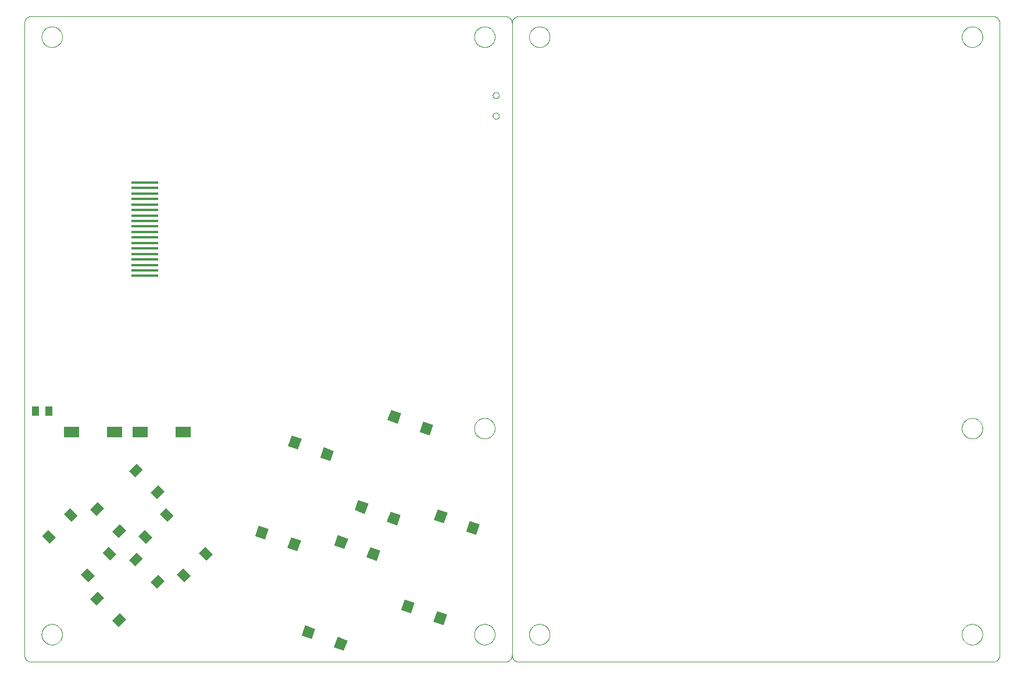
<source format=gtp>
G75*
%MOIN*%
%OFA0B0*%
%FSLAX25Y25*%
%IPPOS*%
%LPD*%
%AMOC8*
5,1,8,0,0,1.08239X$1,22.5*
%
%ADD10C,0.00000*%
%ADD11R,0.04331X0.05512*%
%ADD12R,0.15748X0.01575*%
%ADD13R,0.06299X0.06102*%
%ADD14R,0.09055X0.06299*%
%ADD15R,0.05118X0.06102*%
D10*
X0003248Y0006189D02*
X0003248Y0368394D01*
X0003250Y0368518D01*
X0003256Y0368641D01*
X0003265Y0368765D01*
X0003279Y0368887D01*
X0003296Y0369010D01*
X0003318Y0369132D01*
X0003343Y0369253D01*
X0003372Y0369373D01*
X0003404Y0369492D01*
X0003441Y0369611D01*
X0003481Y0369728D01*
X0003524Y0369843D01*
X0003572Y0369958D01*
X0003623Y0370070D01*
X0003677Y0370181D01*
X0003735Y0370291D01*
X0003796Y0370398D01*
X0003861Y0370504D01*
X0003929Y0370607D01*
X0004000Y0370708D01*
X0004074Y0370807D01*
X0004151Y0370904D01*
X0004232Y0370998D01*
X0004315Y0371089D01*
X0004401Y0371178D01*
X0004490Y0371264D01*
X0004581Y0371347D01*
X0004675Y0371428D01*
X0004772Y0371505D01*
X0004871Y0371579D01*
X0004972Y0371650D01*
X0005075Y0371718D01*
X0005181Y0371783D01*
X0005288Y0371844D01*
X0005398Y0371902D01*
X0005509Y0371956D01*
X0005621Y0372007D01*
X0005736Y0372055D01*
X0005851Y0372098D01*
X0005968Y0372138D01*
X0006087Y0372175D01*
X0006206Y0372207D01*
X0006326Y0372236D01*
X0006447Y0372261D01*
X0006569Y0372283D01*
X0006692Y0372300D01*
X0006814Y0372314D01*
X0006938Y0372323D01*
X0007061Y0372329D01*
X0007185Y0372331D01*
X0278839Y0372331D01*
X0278963Y0372329D01*
X0279086Y0372323D01*
X0279210Y0372314D01*
X0279332Y0372300D01*
X0279455Y0372283D01*
X0279577Y0372261D01*
X0279698Y0372236D01*
X0279818Y0372207D01*
X0279937Y0372175D01*
X0280056Y0372138D01*
X0280173Y0372098D01*
X0280288Y0372055D01*
X0280403Y0372007D01*
X0280515Y0371956D01*
X0280626Y0371902D01*
X0280736Y0371844D01*
X0280843Y0371783D01*
X0280949Y0371718D01*
X0281052Y0371650D01*
X0281153Y0371579D01*
X0281252Y0371505D01*
X0281349Y0371428D01*
X0281443Y0371347D01*
X0281534Y0371264D01*
X0281623Y0371178D01*
X0281709Y0371089D01*
X0281792Y0370998D01*
X0281873Y0370904D01*
X0281950Y0370807D01*
X0282024Y0370708D01*
X0282095Y0370607D01*
X0282163Y0370504D01*
X0282228Y0370398D01*
X0282289Y0370291D01*
X0282347Y0370181D01*
X0282401Y0370070D01*
X0282452Y0369958D01*
X0282500Y0369843D01*
X0282543Y0369728D01*
X0282583Y0369611D01*
X0282620Y0369492D01*
X0282652Y0369373D01*
X0282681Y0369253D01*
X0282706Y0369132D01*
X0282728Y0369010D01*
X0282745Y0368887D01*
X0282759Y0368765D01*
X0282768Y0368641D01*
X0282774Y0368518D01*
X0282776Y0368394D01*
X0282776Y0006189D01*
X0282778Y0006065D01*
X0282784Y0005942D01*
X0282793Y0005818D01*
X0282807Y0005696D01*
X0282824Y0005573D01*
X0282846Y0005451D01*
X0282871Y0005330D01*
X0282900Y0005210D01*
X0282932Y0005091D01*
X0282969Y0004972D01*
X0283009Y0004855D01*
X0283052Y0004740D01*
X0283100Y0004625D01*
X0283151Y0004513D01*
X0283205Y0004402D01*
X0283263Y0004292D01*
X0283324Y0004185D01*
X0283389Y0004079D01*
X0283457Y0003976D01*
X0283528Y0003875D01*
X0283602Y0003776D01*
X0283679Y0003679D01*
X0283760Y0003585D01*
X0283843Y0003494D01*
X0283929Y0003405D01*
X0284018Y0003319D01*
X0284109Y0003236D01*
X0284203Y0003155D01*
X0284300Y0003078D01*
X0284399Y0003004D01*
X0284500Y0002933D01*
X0284603Y0002865D01*
X0284709Y0002800D01*
X0284816Y0002739D01*
X0284926Y0002681D01*
X0285037Y0002627D01*
X0285149Y0002576D01*
X0285264Y0002528D01*
X0285379Y0002485D01*
X0285496Y0002445D01*
X0285615Y0002408D01*
X0285734Y0002376D01*
X0285854Y0002347D01*
X0285975Y0002322D01*
X0286097Y0002300D01*
X0286220Y0002283D01*
X0286342Y0002269D01*
X0286466Y0002260D01*
X0286589Y0002254D01*
X0286713Y0002252D01*
X0558366Y0002252D01*
X0558490Y0002254D01*
X0558613Y0002260D01*
X0558737Y0002269D01*
X0558859Y0002283D01*
X0558982Y0002300D01*
X0559104Y0002322D01*
X0559225Y0002347D01*
X0559345Y0002376D01*
X0559464Y0002408D01*
X0559583Y0002445D01*
X0559700Y0002485D01*
X0559815Y0002528D01*
X0559930Y0002576D01*
X0560042Y0002627D01*
X0560153Y0002681D01*
X0560263Y0002739D01*
X0560370Y0002800D01*
X0560476Y0002865D01*
X0560579Y0002933D01*
X0560680Y0003004D01*
X0560779Y0003078D01*
X0560876Y0003155D01*
X0560970Y0003236D01*
X0561061Y0003319D01*
X0561150Y0003405D01*
X0561236Y0003494D01*
X0561319Y0003585D01*
X0561400Y0003679D01*
X0561477Y0003776D01*
X0561551Y0003875D01*
X0561622Y0003976D01*
X0561690Y0004079D01*
X0561755Y0004185D01*
X0561816Y0004292D01*
X0561874Y0004402D01*
X0561928Y0004513D01*
X0561979Y0004625D01*
X0562027Y0004740D01*
X0562070Y0004855D01*
X0562110Y0004972D01*
X0562147Y0005091D01*
X0562179Y0005210D01*
X0562208Y0005330D01*
X0562233Y0005451D01*
X0562255Y0005573D01*
X0562272Y0005696D01*
X0562286Y0005818D01*
X0562295Y0005942D01*
X0562301Y0006065D01*
X0562303Y0006189D01*
X0562303Y0368394D01*
X0562301Y0368518D01*
X0562295Y0368641D01*
X0562286Y0368765D01*
X0562272Y0368887D01*
X0562255Y0369010D01*
X0562233Y0369132D01*
X0562208Y0369253D01*
X0562179Y0369373D01*
X0562147Y0369492D01*
X0562110Y0369611D01*
X0562070Y0369728D01*
X0562027Y0369843D01*
X0561979Y0369958D01*
X0561928Y0370070D01*
X0561874Y0370181D01*
X0561816Y0370291D01*
X0561755Y0370398D01*
X0561690Y0370504D01*
X0561622Y0370607D01*
X0561551Y0370708D01*
X0561477Y0370807D01*
X0561400Y0370904D01*
X0561319Y0370998D01*
X0561236Y0371089D01*
X0561150Y0371178D01*
X0561061Y0371264D01*
X0560970Y0371347D01*
X0560876Y0371428D01*
X0560779Y0371505D01*
X0560680Y0371579D01*
X0560579Y0371650D01*
X0560476Y0371718D01*
X0560370Y0371783D01*
X0560263Y0371844D01*
X0560153Y0371902D01*
X0560042Y0371956D01*
X0559930Y0372007D01*
X0559815Y0372055D01*
X0559700Y0372098D01*
X0559583Y0372138D01*
X0559464Y0372175D01*
X0559345Y0372207D01*
X0559225Y0372236D01*
X0559104Y0372261D01*
X0558982Y0372283D01*
X0558859Y0372300D01*
X0558737Y0372314D01*
X0558613Y0372323D01*
X0558490Y0372329D01*
X0558366Y0372331D01*
X0286713Y0372331D01*
X0286589Y0372329D01*
X0286466Y0372323D01*
X0286342Y0372314D01*
X0286220Y0372300D01*
X0286097Y0372283D01*
X0285975Y0372261D01*
X0285854Y0372236D01*
X0285734Y0372207D01*
X0285615Y0372175D01*
X0285496Y0372138D01*
X0285379Y0372098D01*
X0285264Y0372055D01*
X0285149Y0372007D01*
X0285037Y0371956D01*
X0284926Y0371902D01*
X0284816Y0371844D01*
X0284709Y0371783D01*
X0284603Y0371718D01*
X0284500Y0371650D01*
X0284399Y0371579D01*
X0284300Y0371505D01*
X0284203Y0371428D01*
X0284109Y0371347D01*
X0284018Y0371264D01*
X0283929Y0371178D01*
X0283843Y0371089D01*
X0283760Y0370998D01*
X0283679Y0370904D01*
X0283602Y0370807D01*
X0283528Y0370708D01*
X0283457Y0370607D01*
X0283389Y0370504D01*
X0283324Y0370398D01*
X0283263Y0370291D01*
X0283205Y0370181D01*
X0283151Y0370070D01*
X0283100Y0369958D01*
X0283052Y0369843D01*
X0283009Y0369728D01*
X0282969Y0369611D01*
X0282932Y0369492D01*
X0282900Y0369373D01*
X0282871Y0369253D01*
X0282846Y0369132D01*
X0282824Y0369010D01*
X0282807Y0368887D01*
X0282793Y0368765D01*
X0282784Y0368641D01*
X0282778Y0368518D01*
X0282776Y0368394D01*
X0292618Y0360520D02*
X0292620Y0360673D01*
X0292626Y0360827D01*
X0292636Y0360980D01*
X0292650Y0361132D01*
X0292668Y0361285D01*
X0292690Y0361436D01*
X0292715Y0361587D01*
X0292745Y0361738D01*
X0292779Y0361888D01*
X0292816Y0362036D01*
X0292857Y0362184D01*
X0292902Y0362330D01*
X0292951Y0362476D01*
X0293004Y0362620D01*
X0293060Y0362762D01*
X0293120Y0362903D01*
X0293184Y0363043D01*
X0293251Y0363181D01*
X0293322Y0363317D01*
X0293397Y0363451D01*
X0293474Y0363583D01*
X0293556Y0363713D01*
X0293640Y0363841D01*
X0293728Y0363967D01*
X0293819Y0364090D01*
X0293913Y0364211D01*
X0294011Y0364329D01*
X0294111Y0364445D01*
X0294215Y0364558D01*
X0294321Y0364669D01*
X0294430Y0364777D01*
X0294542Y0364882D01*
X0294656Y0364983D01*
X0294774Y0365082D01*
X0294893Y0365178D01*
X0295015Y0365271D01*
X0295140Y0365360D01*
X0295267Y0365447D01*
X0295396Y0365529D01*
X0295527Y0365609D01*
X0295660Y0365685D01*
X0295795Y0365758D01*
X0295932Y0365827D01*
X0296071Y0365892D01*
X0296211Y0365954D01*
X0296353Y0366012D01*
X0296496Y0366067D01*
X0296641Y0366118D01*
X0296787Y0366165D01*
X0296934Y0366208D01*
X0297082Y0366247D01*
X0297231Y0366283D01*
X0297381Y0366314D01*
X0297532Y0366342D01*
X0297683Y0366366D01*
X0297836Y0366386D01*
X0297988Y0366402D01*
X0298141Y0366414D01*
X0298294Y0366422D01*
X0298447Y0366426D01*
X0298601Y0366426D01*
X0298754Y0366422D01*
X0298907Y0366414D01*
X0299060Y0366402D01*
X0299212Y0366386D01*
X0299365Y0366366D01*
X0299516Y0366342D01*
X0299667Y0366314D01*
X0299817Y0366283D01*
X0299966Y0366247D01*
X0300114Y0366208D01*
X0300261Y0366165D01*
X0300407Y0366118D01*
X0300552Y0366067D01*
X0300695Y0366012D01*
X0300837Y0365954D01*
X0300977Y0365892D01*
X0301116Y0365827D01*
X0301253Y0365758D01*
X0301388Y0365685D01*
X0301521Y0365609D01*
X0301652Y0365529D01*
X0301781Y0365447D01*
X0301908Y0365360D01*
X0302033Y0365271D01*
X0302155Y0365178D01*
X0302274Y0365082D01*
X0302392Y0364983D01*
X0302506Y0364882D01*
X0302618Y0364777D01*
X0302727Y0364669D01*
X0302833Y0364558D01*
X0302937Y0364445D01*
X0303037Y0364329D01*
X0303135Y0364211D01*
X0303229Y0364090D01*
X0303320Y0363967D01*
X0303408Y0363841D01*
X0303492Y0363713D01*
X0303574Y0363583D01*
X0303651Y0363451D01*
X0303726Y0363317D01*
X0303797Y0363181D01*
X0303864Y0363043D01*
X0303928Y0362903D01*
X0303988Y0362762D01*
X0304044Y0362620D01*
X0304097Y0362476D01*
X0304146Y0362330D01*
X0304191Y0362184D01*
X0304232Y0362036D01*
X0304269Y0361888D01*
X0304303Y0361738D01*
X0304333Y0361587D01*
X0304358Y0361436D01*
X0304380Y0361285D01*
X0304398Y0361132D01*
X0304412Y0360980D01*
X0304422Y0360827D01*
X0304428Y0360673D01*
X0304430Y0360520D01*
X0304428Y0360367D01*
X0304422Y0360213D01*
X0304412Y0360060D01*
X0304398Y0359908D01*
X0304380Y0359755D01*
X0304358Y0359604D01*
X0304333Y0359453D01*
X0304303Y0359302D01*
X0304269Y0359152D01*
X0304232Y0359004D01*
X0304191Y0358856D01*
X0304146Y0358710D01*
X0304097Y0358564D01*
X0304044Y0358420D01*
X0303988Y0358278D01*
X0303928Y0358137D01*
X0303864Y0357997D01*
X0303797Y0357859D01*
X0303726Y0357723D01*
X0303651Y0357589D01*
X0303574Y0357457D01*
X0303492Y0357327D01*
X0303408Y0357199D01*
X0303320Y0357073D01*
X0303229Y0356950D01*
X0303135Y0356829D01*
X0303037Y0356711D01*
X0302937Y0356595D01*
X0302833Y0356482D01*
X0302727Y0356371D01*
X0302618Y0356263D01*
X0302506Y0356158D01*
X0302392Y0356057D01*
X0302274Y0355958D01*
X0302155Y0355862D01*
X0302033Y0355769D01*
X0301908Y0355680D01*
X0301781Y0355593D01*
X0301652Y0355511D01*
X0301521Y0355431D01*
X0301388Y0355355D01*
X0301253Y0355282D01*
X0301116Y0355213D01*
X0300977Y0355148D01*
X0300837Y0355086D01*
X0300695Y0355028D01*
X0300552Y0354973D01*
X0300407Y0354922D01*
X0300261Y0354875D01*
X0300114Y0354832D01*
X0299966Y0354793D01*
X0299817Y0354757D01*
X0299667Y0354726D01*
X0299516Y0354698D01*
X0299365Y0354674D01*
X0299212Y0354654D01*
X0299060Y0354638D01*
X0298907Y0354626D01*
X0298754Y0354618D01*
X0298601Y0354614D01*
X0298447Y0354614D01*
X0298294Y0354618D01*
X0298141Y0354626D01*
X0297988Y0354638D01*
X0297836Y0354654D01*
X0297683Y0354674D01*
X0297532Y0354698D01*
X0297381Y0354726D01*
X0297231Y0354757D01*
X0297082Y0354793D01*
X0296934Y0354832D01*
X0296787Y0354875D01*
X0296641Y0354922D01*
X0296496Y0354973D01*
X0296353Y0355028D01*
X0296211Y0355086D01*
X0296071Y0355148D01*
X0295932Y0355213D01*
X0295795Y0355282D01*
X0295660Y0355355D01*
X0295527Y0355431D01*
X0295396Y0355511D01*
X0295267Y0355593D01*
X0295140Y0355680D01*
X0295015Y0355769D01*
X0294893Y0355862D01*
X0294774Y0355958D01*
X0294656Y0356057D01*
X0294542Y0356158D01*
X0294430Y0356263D01*
X0294321Y0356371D01*
X0294215Y0356482D01*
X0294111Y0356595D01*
X0294011Y0356711D01*
X0293913Y0356829D01*
X0293819Y0356950D01*
X0293728Y0357073D01*
X0293640Y0357199D01*
X0293556Y0357327D01*
X0293474Y0357457D01*
X0293397Y0357589D01*
X0293322Y0357723D01*
X0293251Y0357859D01*
X0293184Y0357997D01*
X0293120Y0358137D01*
X0293060Y0358278D01*
X0293004Y0358420D01*
X0292951Y0358564D01*
X0292902Y0358710D01*
X0292857Y0358856D01*
X0292816Y0359004D01*
X0292779Y0359152D01*
X0292745Y0359302D01*
X0292715Y0359453D01*
X0292690Y0359604D01*
X0292668Y0359755D01*
X0292650Y0359908D01*
X0292636Y0360060D01*
X0292626Y0360213D01*
X0292620Y0360367D01*
X0292618Y0360520D01*
X0261122Y0360520D02*
X0261124Y0360673D01*
X0261130Y0360827D01*
X0261140Y0360980D01*
X0261154Y0361132D01*
X0261172Y0361285D01*
X0261194Y0361436D01*
X0261219Y0361587D01*
X0261249Y0361738D01*
X0261283Y0361888D01*
X0261320Y0362036D01*
X0261361Y0362184D01*
X0261406Y0362330D01*
X0261455Y0362476D01*
X0261508Y0362620D01*
X0261564Y0362762D01*
X0261624Y0362903D01*
X0261688Y0363043D01*
X0261755Y0363181D01*
X0261826Y0363317D01*
X0261901Y0363451D01*
X0261978Y0363583D01*
X0262060Y0363713D01*
X0262144Y0363841D01*
X0262232Y0363967D01*
X0262323Y0364090D01*
X0262417Y0364211D01*
X0262515Y0364329D01*
X0262615Y0364445D01*
X0262719Y0364558D01*
X0262825Y0364669D01*
X0262934Y0364777D01*
X0263046Y0364882D01*
X0263160Y0364983D01*
X0263278Y0365082D01*
X0263397Y0365178D01*
X0263519Y0365271D01*
X0263644Y0365360D01*
X0263771Y0365447D01*
X0263900Y0365529D01*
X0264031Y0365609D01*
X0264164Y0365685D01*
X0264299Y0365758D01*
X0264436Y0365827D01*
X0264575Y0365892D01*
X0264715Y0365954D01*
X0264857Y0366012D01*
X0265000Y0366067D01*
X0265145Y0366118D01*
X0265291Y0366165D01*
X0265438Y0366208D01*
X0265586Y0366247D01*
X0265735Y0366283D01*
X0265885Y0366314D01*
X0266036Y0366342D01*
X0266187Y0366366D01*
X0266340Y0366386D01*
X0266492Y0366402D01*
X0266645Y0366414D01*
X0266798Y0366422D01*
X0266951Y0366426D01*
X0267105Y0366426D01*
X0267258Y0366422D01*
X0267411Y0366414D01*
X0267564Y0366402D01*
X0267716Y0366386D01*
X0267869Y0366366D01*
X0268020Y0366342D01*
X0268171Y0366314D01*
X0268321Y0366283D01*
X0268470Y0366247D01*
X0268618Y0366208D01*
X0268765Y0366165D01*
X0268911Y0366118D01*
X0269056Y0366067D01*
X0269199Y0366012D01*
X0269341Y0365954D01*
X0269481Y0365892D01*
X0269620Y0365827D01*
X0269757Y0365758D01*
X0269892Y0365685D01*
X0270025Y0365609D01*
X0270156Y0365529D01*
X0270285Y0365447D01*
X0270412Y0365360D01*
X0270537Y0365271D01*
X0270659Y0365178D01*
X0270778Y0365082D01*
X0270896Y0364983D01*
X0271010Y0364882D01*
X0271122Y0364777D01*
X0271231Y0364669D01*
X0271337Y0364558D01*
X0271441Y0364445D01*
X0271541Y0364329D01*
X0271639Y0364211D01*
X0271733Y0364090D01*
X0271824Y0363967D01*
X0271912Y0363841D01*
X0271996Y0363713D01*
X0272078Y0363583D01*
X0272155Y0363451D01*
X0272230Y0363317D01*
X0272301Y0363181D01*
X0272368Y0363043D01*
X0272432Y0362903D01*
X0272492Y0362762D01*
X0272548Y0362620D01*
X0272601Y0362476D01*
X0272650Y0362330D01*
X0272695Y0362184D01*
X0272736Y0362036D01*
X0272773Y0361888D01*
X0272807Y0361738D01*
X0272837Y0361587D01*
X0272862Y0361436D01*
X0272884Y0361285D01*
X0272902Y0361132D01*
X0272916Y0360980D01*
X0272926Y0360827D01*
X0272932Y0360673D01*
X0272934Y0360520D01*
X0272932Y0360367D01*
X0272926Y0360213D01*
X0272916Y0360060D01*
X0272902Y0359908D01*
X0272884Y0359755D01*
X0272862Y0359604D01*
X0272837Y0359453D01*
X0272807Y0359302D01*
X0272773Y0359152D01*
X0272736Y0359004D01*
X0272695Y0358856D01*
X0272650Y0358710D01*
X0272601Y0358564D01*
X0272548Y0358420D01*
X0272492Y0358278D01*
X0272432Y0358137D01*
X0272368Y0357997D01*
X0272301Y0357859D01*
X0272230Y0357723D01*
X0272155Y0357589D01*
X0272078Y0357457D01*
X0271996Y0357327D01*
X0271912Y0357199D01*
X0271824Y0357073D01*
X0271733Y0356950D01*
X0271639Y0356829D01*
X0271541Y0356711D01*
X0271441Y0356595D01*
X0271337Y0356482D01*
X0271231Y0356371D01*
X0271122Y0356263D01*
X0271010Y0356158D01*
X0270896Y0356057D01*
X0270778Y0355958D01*
X0270659Y0355862D01*
X0270537Y0355769D01*
X0270412Y0355680D01*
X0270285Y0355593D01*
X0270156Y0355511D01*
X0270025Y0355431D01*
X0269892Y0355355D01*
X0269757Y0355282D01*
X0269620Y0355213D01*
X0269481Y0355148D01*
X0269341Y0355086D01*
X0269199Y0355028D01*
X0269056Y0354973D01*
X0268911Y0354922D01*
X0268765Y0354875D01*
X0268618Y0354832D01*
X0268470Y0354793D01*
X0268321Y0354757D01*
X0268171Y0354726D01*
X0268020Y0354698D01*
X0267869Y0354674D01*
X0267716Y0354654D01*
X0267564Y0354638D01*
X0267411Y0354626D01*
X0267258Y0354618D01*
X0267105Y0354614D01*
X0266951Y0354614D01*
X0266798Y0354618D01*
X0266645Y0354626D01*
X0266492Y0354638D01*
X0266340Y0354654D01*
X0266187Y0354674D01*
X0266036Y0354698D01*
X0265885Y0354726D01*
X0265735Y0354757D01*
X0265586Y0354793D01*
X0265438Y0354832D01*
X0265291Y0354875D01*
X0265145Y0354922D01*
X0265000Y0354973D01*
X0264857Y0355028D01*
X0264715Y0355086D01*
X0264575Y0355148D01*
X0264436Y0355213D01*
X0264299Y0355282D01*
X0264164Y0355355D01*
X0264031Y0355431D01*
X0263900Y0355511D01*
X0263771Y0355593D01*
X0263644Y0355680D01*
X0263519Y0355769D01*
X0263397Y0355862D01*
X0263278Y0355958D01*
X0263160Y0356057D01*
X0263046Y0356158D01*
X0262934Y0356263D01*
X0262825Y0356371D01*
X0262719Y0356482D01*
X0262615Y0356595D01*
X0262515Y0356711D01*
X0262417Y0356829D01*
X0262323Y0356950D01*
X0262232Y0357073D01*
X0262144Y0357199D01*
X0262060Y0357327D01*
X0261978Y0357457D01*
X0261901Y0357589D01*
X0261826Y0357723D01*
X0261755Y0357859D01*
X0261688Y0357997D01*
X0261624Y0358137D01*
X0261564Y0358278D01*
X0261508Y0358420D01*
X0261455Y0358564D01*
X0261406Y0358710D01*
X0261361Y0358856D01*
X0261320Y0359004D01*
X0261283Y0359152D01*
X0261249Y0359302D01*
X0261219Y0359453D01*
X0261194Y0359604D01*
X0261172Y0359755D01*
X0261154Y0359908D01*
X0261140Y0360060D01*
X0261130Y0360213D01*
X0261124Y0360367D01*
X0261122Y0360520D01*
X0271752Y0327055D02*
X0271754Y0327139D01*
X0271760Y0327222D01*
X0271770Y0327305D01*
X0271784Y0327388D01*
X0271801Y0327470D01*
X0271823Y0327551D01*
X0271848Y0327630D01*
X0271877Y0327709D01*
X0271910Y0327786D01*
X0271946Y0327861D01*
X0271986Y0327935D01*
X0272029Y0328007D01*
X0272076Y0328076D01*
X0272126Y0328143D01*
X0272179Y0328208D01*
X0272235Y0328270D01*
X0272293Y0328330D01*
X0272355Y0328387D01*
X0272419Y0328440D01*
X0272486Y0328491D01*
X0272555Y0328538D01*
X0272626Y0328583D01*
X0272699Y0328623D01*
X0272774Y0328660D01*
X0272851Y0328694D01*
X0272929Y0328724D01*
X0273008Y0328750D01*
X0273089Y0328773D01*
X0273171Y0328791D01*
X0273253Y0328806D01*
X0273336Y0328817D01*
X0273419Y0328824D01*
X0273503Y0328827D01*
X0273587Y0328826D01*
X0273670Y0328821D01*
X0273754Y0328812D01*
X0273836Y0328799D01*
X0273918Y0328783D01*
X0273999Y0328762D01*
X0274080Y0328738D01*
X0274158Y0328710D01*
X0274236Y0328678D01*
X0274312Y0328642D01*
X0274386Y0328603D01*
X0274458Y0328561D01*
X0274528Y0328515D01*
X0274596Y0328466D01*
X0274661Y0328414D01*
X0274724Y0328359D01*
X0274784Y0328301D01*
X0274842Y0328240D01*
X0274896Y0328176D01*
X0274948Y0328110D01*
X0274996Y0328042D01*
X0275041Y0327971D01*
X0275082Y0327898D01*
X0275121Y0327824D01*
X0275155Y0327748D01*
X0275186Y0327670D01*
X0275213Y0327591D01*
X0275237Y0327510D01*
X0275256Y0327429D01*
X0275272Y0327347D01*
X0275284Y0327264D01*
X0275292Y0327180D01*
X0275296Y0327097D01*
X0275296Y0327013D01*
X0275292Y0326930D01*
X0275284Y0326846D01*
X0275272Y0326763D01*
X0275256Y0326681D01*
X0275237Y0326600D01*
X0275213Y0326519D01*
X0275186Y0326440D01*
X0275155Y0326362D01*
X0275121Y0326286D01*
X0275082Y0326212D01*
X0275041Y0326139D01*
X0274996Y0326068D01*
X0274948Y0326000D01*
X0274896Y0325934D01*
X0274842Y0325870D01*
X0274784Y0325809D01*
X0274724Y0325751D01*
X0274661Y0325696D01*
X0274596Y0325644D01*
X0274528Y0325595D01*
X0274458Y0325549D01*
X0274386Y0325507D01*
X0274312Y0325468D01*
X0274236Y0325432D01*
X0274158Y0325400D01*
X0274080Y0325372D01*
X0273999Y0325348D01*
X0273918Y0325327D01*
X0273836Y0325311D01*
X0273754Y0325298D01*
X0273670Y0325289D01*
X0273587Y0325284D01*
X0273503Y0325283D01*
X0273419Y0325286D01*
X0273336Y0325293D01*
X0273253Y0325304D01*
X0273171Y0325319D01*
X0273089Y0325337D01*
X0273008Y0325360D01*
X0272929Y0325386D01*
X0272851Y0325416D01*
X0272774Y0325450D01*
X0272699Y0325487D01*
X0272626Y0325527D01*
X0272555Y0325572D01*
X0272486Y0325619D01*
X0272419Y0325670D01*
X0272355Y0325723D01*
X0272293Y0325780D01*
X0272235Y0325840D01*
X0272179Y0325902D01*
X0272126Y0325967D01*
X0272076Y0326034D01*
X0272029Y0326103D01*
X0271986Y0326175D01*
X0271946Y0326249D01*
X0271910Y0326324D01*
X0271877Y0326401D01*
X0271848Y0326480D01*
X0271823Y0326559D01*
X0271801Y0326640D01*
X0271784Y0326722D01*
X0271770Y0326805D01*
X0271760Y0326888D01*
X0271754Y0326971D01*
X0271752Y0327055D01*
X0271752Y0315244D02*
X0271754Y0315328D01*
X0271760Y0315411D01*
X0271770Y0315494D01*
X0271784Y0315577D01*
X0271801Y0315659D01*
X0271823Y0315740D01*
X0271848Y0315819D01*
X0271877Y0315898D01*
X0271910Y0315975D01*
X0271946Y0316050D01*
X0271986Y0316124D01*
X0272029Y0316196D01*
X0272076Y0316265D01*
X0272126Y0316332D01*
X0272179Y0316397D01*
X0272235Y0316459D01*
X0272293Y0316519D01*
X0272355Y0316576D01*
X0272419Y0316629D01*
X0272486Y0316680D01*
X0272555Y0316727D01*
X0272626Y0316772D01*
X0272699Y0316812D01*
X0272774Y0316849D01*
X0272851Y0316883D01*
X0272929Y0316913D01*
X0273008Y0316939D01*
X0273089Y0316962D01*
X0273171Y0316980D01*
X0273253Y0316995D01*
X0273336Y0317006D01*
X0273419Y0317013D01*
X0273503Y0317016D01*
X0273587Y0317015D01*
X0273670Y0317010D01*
X0273754Y0317001D01*
X0273836Y0316988D01*
X0273918Y0316972D01*
X0273999Y0316951D01*
X0274080Y0316927D01*
X0274158Y0316899D01*
X0274236Y0316867D01*
X0274312Y0316831D01*
X0274386Y0316792D01*
X0274458Y0316750D01*
X0274528Y0316704D01*
X0274596Y0316655D01*
X0274661Y0316603D01*
X0274724Y0316548D01*
X0274784Y0316490D01*
X0274842Y0316429D01*
X0274896Y0316365D01*
X0274948Y0316299D01*
X0274996Y0316231D01*
X0275041Y0316160D01*
X0275082Y0316087D01*
X0275121Y0316013D01*
X0275155Y0315937D01*
X0275186Y0315859D01*
X0275213Y0315780D01*
X0275237Y0315699D01*
X0275256Y0315618D01*
X0275272Y0315536D01*
X0275284Y0315453D01*
X0275292Y0315369D01*
X0275296Y0315286D01*
X0275296Y0315202D01*
X0275292Y0315119D01*
X0275284Y0315035D01*
X0275272Y0314952D01*
X0275256Y0314870D01*
X0275237Y0314789D01*
X0275213Y0314708D01*
X0275186Y0314629D01*
X0275155Y0314551D01*
X0275121Y0314475D01*
X0275082Y0314401D01*
X0275041Y0314328D01*
X0274996Y0314257D01*
X0274948Y0314189D01*
X0274896Y0314123D01*
X0274842Y0314059D01*
X0274784Y0313998D01*
X0274724Y0313940D01*
X0274661Y0313885D01*
X0274596Y0313833D01*
X0274528Y0313784D01*
X0274458Y0313738D01*
X0274386Y0313696D01*
X0274312Y0313657D01*
X0274236Y0313621D01*
X0274158Y0313589D01*
X0274080Y0313561D01*
X0273999Y0313537D01*
X0273918Y0313516D01*
X0273836Y0313500D01*
X0273754Y0313487D01*
X0273670Y0313478D01*
X0273587Y0313473D01*
X0273503Y0313472D01*
X0273419Y0313475D01*
X0273336Y0313482D01*
X0273253Y0313493D01*
X0273171Y0313508D01*
X0273089Y0313526D01*
X0273008Y0313549D01*
X0272929Y0313575D01*
X0272851Y0313605D01*
X0272774Y0313639D01*
X0272699Y0313676D01*
X0272626Y0313716D01*
X0272555Y0313761D01*
X0272486Y0313808D01*
X0272419Y0313859D01*
X0272355Y0313912D01*
X0272293Y0313969D01*
X0272235Y0314029D01*
X0272179Y0314091D01*
X0272126Y0314156D01*
X0272076Y0314223D01*
X0272029Y0314292D01*
X0271986Y0314364D01*
X0271946Y0314438D01*
X0271910Y0314513D01*
X0271877Y0314590D01*
X0271848Y0314669D01*
X0271823Y0314748D01*
X0271801Y0314829D01*
X0271784Y0314911D01*
X0271770Y0314994D01*
X0271760Y0315077D01*
X0271754Y0315160D01*
X0271752Y0315244D01*
X0013090Y0360520D02*
X0013092Y0360673D01*
X0013098Y0360827D01*
X0013108Y0360980D01*
X0013122Y0361132D01*
X0013140Y0361285D01*
X0013162Y0361436D01*
X0013187Y0361587D01*
X0013217Y0361738D01*
X0013251Y0361888D01*
X0013288Y0362036D01*
X0013329Y0362184D01*
X0013374Y0362330D01*
X0013423Y0362476D01*
X0013476Y0362620D01*
X0013532Y0362762D01*
X0013592Y0362903D01*
X0013656Y0363043D01*
X0013723Y0363181D01*
X0013794Y0363317D01*
X0013869Y0363451D01*
X0013946Y0363583D01*
X0014028Y0363713D01*
X0014112Y0363841D01*
X0014200Y0363967D01*
X0014291Y0364090D01*
X0014385Y0364211D01*
X0014483Y0364329D01*
X0014583Y0364445D01*
X0014687Y0364558D01*
X0014793Y0364669D01*
X0014902Y0364777D01*
X0015014Y0364882D01*
X0015128Y0364983D01*
X0015246Y0365082D01*
X0015365Y0365178D01*
X0015487Y0365271D01*
X0015612Y0365360D01*
X0015739Y0365447D01*
X0015868Y0365529D01*
X0015999Y0365609D01*
X0016132Y0365685D01*
X0016267Y0365758D01*
X0016404Y0365827D01*
X0016543Y0365892D01*
X0016683Y0365954D01*
X0016825Y0366012D01*
X0016968Y0366067D01*
X0017113Y0366118D01*
X0017259Y0366165D01*
X0017406Y0366208D01*
X0017554Y0366247D01*
X0017703Y0366283D01*
X0017853Y0366314D01*
X0018004Y0366342D01*
X0018155Y0366366D01*
X0018308Y0366386D01*
X0018460Y0366402D01*
X0018613Y0366414D01*
X0018766Y0366422D01*
X0018919Y0366426D01*
X0019073Y0366426D01*
X0019226Y0366422D01*
X0019379Y0366414D01*
X0019532Y0366402D01*
X0019684Y0366386D01*
X0019837Y0366366D01*
X0019988Y0366342D01*
X0020139Y0366314D01*
X0020289Y0366283D01*
X0020438Y0366247D01*
X0020586Y0366208D01*
X0020733Y0366165D01*
X0020879Y0366118D01*
X0021024Y0366067D01*
X0021167Y0366012D01*
X0021309Y0365954D01*
X0021449Y0365892D01*
X0021588Y0365827D01*
X0021725Y0365758D01*
X0021860Y0365685D01*
X0021993Y0365609D01*
X0022124Y0365529D01*
X0022253Y0365447D01*
X0022380Y0365360D01*
X0022505Y0365271D01*
X0022627Y0365178D01*
X0022746Y0365082D01*
X0022864Y0364983D01*
X0022978Y0364882D01*
X0023090Y0364777D01*
X0023199Y0364669D01*
X0023305Y0364558D01*
X0023409Y0364445D01*
X0023509Y0364329D01*
X0023607Y0364211D01*
X0023701Y0364090D01*
X0023792Y0363967D01*
X0023880Y0363841D01*
X0023964Y0363713D01*
X0024046Y0363583D01*
X0024123Y0363451D01*
X0024198Y0363317D01*
X0024269Y0363181D01*
X0024336Y0363043D01*
X0024400Y0362903D01*
X0024460Y0362762D01*
X0024516Y0362620D01*
X0024569Y0362476D01*
X0024618Y0362330D01*
X0024663Y0362184D01*
X0024704Y0362036D01*
X0024741Y0361888D01*
X0024775Y0361738D01*
X0024805Y0361587D01*
X0024830Y0361436D01*
X0024852Y0361285D01*
X0024870Y0361132D01*
X0024884Y0360980D01*
X0024894Y0360827D01*
X0024900Y0360673D01*
X0024902Y0360520D01*
X0024900Y0360367D01*
X0024894Y0360213D01*
X0024884Y0360060D01*
X0024870Y0359908D01*
X0024852Y0359755D01*
X0024830Y0359604D01*
X0024805Y0359453D01*
X0024775Y0359302D01*
X0024741Y0359152D01*
X0024704Y0359004D01*
X0024663Y0358856D01*
X0024618Y0358710D01*
X0024569Y0358564D01*
X0024516Y0358420D01*
X0024460Y0358278D01*
X0024400Y0358137D01*
X0024336Y0357997D01*
X0024269Y0357859D01*
X0024198Y0357723D01*
X0024123Y0357589D01*
X0024046Y0357457D01*
X0023964Y0357327D01*
X0023880Y0357199D01*
X0023792Y0357073D01*
X0023701Y0356950D01*
X0023607Y0356829D01*
X0023509Y0356711D01*
X0023409Y0356595D01*
X0023305Y0356482D01*
X0023199Y0356371D01*
X0023090Y0356263D01*
X0022978Y0356158D01*
X0022864Y0356057D01*
X0022746Y0355958D01*
X0022627Y0355862D01*
X0022505Y0355769D01*
X0022380Y0355680D01*
X0022253Y0355593D01*
X0022124Y0355511D01*
X0021993Y0355431D01*
X0021860Y0355355D01*
X0021725Y0355282D01*
X0021588Y0355213D01*
X0021449Y0355148D01*
X0021309Y0355086D01*
X0021167Y0355028D01*
X0021024Y0354973D01*
X0020879Y0354922D01*
X0020733Y0354875D01*
X0020586Y0354832D01*
X0020438Y0354793D01*
X0020289Y0354757D01*
X0020139Y0354726D01*
X0019988Y0354698D01*
X0019837Y0354674D01*
X0019684Y0354654D01*
X0019532Y0354638D01*
X0019379Y0354626D01*
X0019226Y0354618D01*
X0019073Y0354614D01*
X0018919Y0354614D01*
X0018766Y0354618D01*
X0018613Y0354626D01*
X0018460Y0354638D01*
X0018308Y0354654D01*
X0018155Y0354674D01*
X0018004Y0354698D01*
X0017853Y0354726D01*
X0017703Y0354757D01*
X0017554Y0354793D01*
X0017406Y0354832D01*
X0017259Y0354875D01*
X0017113Y0354922D01*
X0016968Y0354973D01*
X0016825Y0355028D01*
X0016683Y0355086D01*
X0016543Y0355148D01*
X0016404Y0355213D01*
X0016267Y0355282D01*
X0016132Y0355355D01*
X0015999Y0355431D01*
X0015868Y0355511D01*
X0015739Y0355593D01*
X0015612Y0355680D01*
X0015487Y0355769D01*
X0015365Y0355862D01*
X0015246Y0355958D01*
X0015128Y0356057D01*
X0015014Y0356158D01*
X0014902Y0356263D01*
X0014793Y0356371D01*
X0014687Y0356482D01*
X0014583Y0356595D01*
X0014483Y0356711D01*
X0014385Y0356829D01*
X0014291Y0356950D01*
X0014200Y0357073D01*
X0014112Y0357199D01*
X0014028Y0357327D01*
X0013946Y0357457D01*
X0013869Y0357589D01*
X0013794Y0357723D01*
X0013723Y0357859D01*
X0013656Y0357997D01*
X0013592Y0358137D01*
X0013532Y0358278D01*
X0013476Y0358420D01*
X0013423Y0358564D01*
X0013374Y0358710D01*
X0013329Y0358856D01*
X0013288Y0359004D01*
X0013251Y0359152D01*
X0013217Y0359302D01*
X0013187Y0359453D01*
X0013162Y0359604D01*
X0013140Y0359755D01*
X0013122Y0359908D01*
X0013108Y0360060D01*
X0013098Y0360213D01*
X0013092Y0360367D01*
X0013090Y0360520D01*
X0261122Y0136110D02*
X0261124Y0136263D01*
X0261130Y0136417D01*
X0261140Y0136570D01*
X0261154Y0136722D01*
X0261172Y0136875D01*
X0261194Y0137026D01*
X0261219Y0137177D01*
X0261249Y0137328D01*
X0261283Y0137478D01*
X0261320Y0137626D01*
X0261361Y0137774D01*
X0261406Y0137920D01*
X0261455Y0138066D01*
X0261508Y0138210D01*
X0261564Y0138352D01*
X0261624Y0138493D01*
X0261688Y0138633D01*
X0261755Y0138771D01*
X0261826Y0138907D01*
X0261901Y0139041D01*
X0261978Y0139173D01*
X0262060Y0139303D01*
X0262144Y0139431D01*
X0262232Y0139557D01*
X0262323Y0139680D01*
X0262417Y0139801D01*
X0262515Y0139919D01*
X0262615Y0140035D01*
X0262719Y0140148D01*
X0262825Y0140259D01*
X0262934Y0140367D01*
X0263046Y0140472D01*
X0263160Y0140573D01*
X0263278Y0140672D01*
X0263397Y0140768D01*
X0263519Y0140861D01*
X0263644Y0140950D01*
X0263771Y0141037D01*
X0263900Y0141119D01*
X0264031Y0141199D01*
X0264164Y0141275D01*
X0264299Y0141348D01*
X0264436Y0141417D01*
X0264575Y0141482D01*
X0264715Y0141544D01*
X0264857Y0141602D01*
X0265000Y0141657D01*
X0265145Y0141708D01*
X0265291Y0141755D01*
X0265438Y0141798D01*
X0265586Y0141837D01*
X0265735Y0141873D01*
X0265885Y0141904D01*
X0266036Y0141932D01*
X0266187Y0141956D01*
X0266340Y0141976D01*
X0266492Y0141992D01*
X0266645Y0142004D01*
X0266798Y0142012D01*
X0266951Y0142016D01*
X0267105Y0142016D01*
X0267258Y0142012D01*
X0267411Y0142004D01*
X0267564Y0141992D01*
X0267716Y0141976D01*
X0267869Y0141956D01*
X0268020Y0141932D01*
X0268171Y0141904D01*
X0268321Y0141873D01*
X0268470Y0141837D01*
X0268618Y0141798D01*
X0268765Y0141755D01*
X0268911Y0141708D01*
X0269056Y0141657D01*
X0269199Y0141602D01*
X0269341Y0141544D01*
X0269481Y0141482D01*
X0269620Y0141417D01*
X0269757Y0141348D01*
X0269892Y0141275D01*
X0270025Y0141199D01*
X0270156Y0141119D01*
X0270285Y0141037D01*
X0270412Y0140950D01*
X0270537Y0140861D01*
X0270659Y0140768D01*
X0270778Y0140672D01*
X0270896Y0140573D01*
X0271010Y0140472D01*
X0271122Y0140367D01*
X0271231Y0140259D01*
X0271337Y0140148D01*
X0271441Y0140035D01*
X0271541Y0139919D01*
X0271639Y0139801D01*
X0271733Y0139680D01*
X0271824Y0139557D01*
X0271912Y0139431D01*
X0271996Y0139303D01*
X0272078Y0139173D01*
X0272155Y0139041D01*
X0272230Y0138907D01*
X0272301Y0138771D01*
X0272368Y0138633D01*
X0272432Y0138493D01*
X0272492Y0138352D01*
X0272548Y0138210D01*
X0272601Y0138066D01*
X0272650Y0137920D01*
X0272695Y0137774D01*
X0272736Y0137626D01*
X0272773Y0137478D01*
X0272807Y0137328D01*
X0272837Y0137177D01*
X0272862Y0137026D01*
X0272884Y0136875D01*
X0272902Y0136722D01*
X0272916Y0136570D01*
X0272926Y0136417D01*
X0272932Y0136263D01*
X0272934Y0136110D01*
X0272932Y0135957D01*
X0272926Y0135803D01*
X0272916Y0135650D01*
X0272902Y0135498D01*
X0272884Y0135345D01*
X0272862Y0135194D01*
X0272837Y0135043D01*
X0272807Y0134892D01*
X0272773Y0134742D01*
X0272736Y0134594D01*
X0272695Y0134446D01*
X0272650Y0134300D01*
X0272601Y0134154D01*
X0272548Y0134010D01*
X0272492Y0133868D01*
X0272432Y0133727D01*
X0272368Y0133587D01*
X0272301Y0133449D01*
X0272230Y0133313D01*
X0272155Y0133179D01*
X0272078Y0133047D01*
X0271996Y0132917D01*
X0271912Y0132789D01*
X0271824Y0132663D01*
X0271733Y0132540D01*
X0271639Y0132419D01*
X0271541Y0132301D01*
X0271441Y0132185D01*
X0271337Y0132072D01*
X0271231Y0131961D01*
X0271122Y0131853D01*
X0271010Y0131748D01*
X0270896Y0131647D01*
X0270778Y0131548D01*
X0270659Y0131452D01*
X0270537Y0131359D01*
X0270412Y0131270D01*
X0270285Y0131183D01*
X0270156Y0131101D01*
X0270025Y0131021D01*
X0269892Y0130945D01*
X0269757Y0130872D01*
X0269620Y0130803D01*
X0269481Y0130738D01*
X0269341Y0130676D01*
X0269199Y0130618D01*
X0269056Y0130563D01*
X0268911Y0130512D01*
X0268765Y0130465D01*
X0268618Y0130422D01*
X0268470Y0130383D01*
X0268321Y0130347D01*
X0268171Y0130316D01*
X0268020Y0130288D01*
X0267869Y0130264D01*
X0267716Y0130244D01*
X0267564Y0130228D01*
X0267411Y0130216D01*
X0267258Y0130208D01*
X0267105Y0130204D01*
X0266951Y0130204D01*
X0266798Y0130208D01*
X0266645Y0130216D01*
X0266492Y0130228D01*
X0266340Y0130244D01*
X0266187Y0130264D01*
X0266036Y0130288D01*
X0265885Y0130316D01*
X0265735Y0130347D01*
X0265586Y0130383D01*
X0265438Y0130422D01*
X0265291Y0130465D01*
X0265145Y0130512D01*
X0265000Y0130563D01*
X0264857Y0130618D01*
X0264715Y0130676D01*
X0264575Y0130738D01*
X0264436Y0130803D01*
X0264299Y0130872D01*
X0264164Y0130945D01*
X0264031Y0131021D01*
X0263900Y0131101D01*
X0263771Y0131183D01*
X0263644Y0131270D01*
X0263519Y0131359D01*
X0263397Y0131452D01*
X0263278Y0131548D01*
X0263160Y0131647D01*
X0263046Y0131748D01*
X0262934Y0131853D01*
X0262825Y0131961D01*
X0262719Y0132072D01*
X0262615Y0132185D01*
X0262515Y0132301D01*
X0262417Y0132419D01*
X0262323Y0132540D01*
X0262232Y0132663D01*
X0262144Y0132789D01*
X0262060Y0132917D01*
X0261978Y0133047D01*
X0261901Y0133179D01*
X0261826Y0133313D01*
X0261755Y0133449D01*
X0261688Y0133587D01*
X0261624Y0133727D01*
X0261564Y0133868D01*
X0261508Y0134010D01*
X0261455Y0134154D01*
X0261406Y0134300D01*
X0261361Y0134446D01*
X0261320Y0134594D01*
X0261283Y0134742D01*
X0261249Y0134892D01*
X0261219Y0135043D01*
X0261194Y0135194D01*
X0261172Y0135345D01*
X0261154Y0135498D01*
X0261140Y0135650D01*
X0261130Y0135803D01*
X0261124Y0135957D01*
X0261122Y0136110D01*
X0261122Y0018000D02*
X0261124Y0018153D01*
X0261130Y0018307D01*
X0261140Y0018460D01*
X0261154Y0018612D01*
X0261172Y0018765D01*
X0261194Y0018916D01*
X0261219Y0019067D01*
X0261249Y0019218D01*
X0261283Y0019368D01*
X0261320Y0019516D01*
X0261361Y0019664D01*
X0261406Y0019810D01*
X0261455Y0019956D01*
X0261508Y0020100D01*
X0261564Y0020242D01*
X0261624Y0020383D01*
X0261688Y0020523D01*
X0261755Y0020661D01*
X0261826Y0020797D01*
X0261901Y0020931D01*
X0261978Y0021063D01*
X0262060Y0021193D01*
X0262144Y0021321D01*
X0262232Y0021447D01*
X0262323Y0021570D01*
X0262417Y0021691D01*
X0262515Y0021809D01*
X0262615Y0021925D01*
X0262719Y0022038D01*
X0262825Y0022149D01*
X0262934Y0022257D01*
X0263046Y0022362D01*
X0263160Y0022463D01*
X0263278Y0022562D01*
X0263397Y0022658D01*
X0263519Y0022751D01*
X0263644Y0022840D01*
X0263771Y0022927D01*
X0263900Y0023009D01*
X0264031Y0023089D01*
X0264164Y0023165D01*
X0264299Y0023238D01*
X0264436Y0023307D01*
X0264575Y0023372D01*
X0264715Y0023434D01*
X0264857Y0023492D01*
X0265000Y0023547D01*
X0265145Y0023598D01*
X0265291Y0023645D01*
X0265438Y0023688D01*
X0265586Y0023727D01*
X0265735Y0023763D01*
X0265885Y0023794D01*
X0266036Y0023822D01*
X0266187Y0023846D01*
X0266340Y0023866D01*
X0266492Y0023882D01*
X0266645Y0023894D01*
X0266798Y0023902D01*
X0266951Y0023906D01*
X0267105Y0023906D01*
X0267258Y0023902D01*
X0267411Y0023894D01*
X0267564Y0023882D01*
X0267716Y0023866D01*
X0267869Y0023846D01*
X0268020Y0023822D01*
X0268171Y0023794D01*
X0268321Y0023763D01*
X0268470Y0023727D01*
X0268618Y0023688D01*
X0268765Y0023645D01*
X0268911Y0023598D01*
X0269056Y0023547D01*
X0269199Y0023492D01*
X0269341Y0023434D01*
X0269481Y0023372D01*
X0269620Y0023307D01*
X0269757Y0023238D01*
X0269892Y0023165D01*
X0270025Y0023089D01*
X0270156Y0023009D01*
X0270285Y0022927D01*
X0270412Y0022840D01*
X0270537Y0022751D01*
X0270659Y0022658D01*
X0270778Y0022562D01*
X0270896Y0022463D01*
X0271010Y0022362D01*
X0271122Y0022257D01*
X0271231Y0022149D01*
X0271337Y0022038D01*
X0271441Y0021925D01*
X0271541Y0021809D01*
X0271639Y0021691D01*
X0271733Y0021570D01*
X0271824Y0021447D01*
X0271912Y0021321D01*
X0271996Y0021193D01*
X0272078Y0021063D01*
X0272155Y0020931D01*
X0272230Y0020797D01*
X0272301Y0020661D01*
X0272368Y0020523D01*
X0272432Y0020383D01*
X0272492Y0020242D01*
X0272548Y0020100D01*
X0272601Y0019956D01*
X0272650Y0019810D01*
X0272695Y0019664D01*
X0272736Y0019516D01*
X0272773Y0019368D01*
X0272807Y0019218D01*
X0272837Y0019067D01*
X0272862Y0018916D01*
X0272884Y0018765D01*
X0272902Y0018612D01*
X0272916Y0018460D01*
X0272926Y0018307D01*
X0272932Y0018153D01*
X0272934Y0018000D01*
X0272932Y0017847D01*
X0272926Y0017693D01*
X0272916Y0017540D01*
X0272902Y0017388D01*
X0272884Y0017235D01*
X0272862Y0017084D01*
X0272837Y0016933D01*
X0272807Y0016782D01*
X0272773Y0016632D01*
X0272736Y0016484D01*
X0272695Y0016336D01*
X0272650Y0016190D01*
X0272601Y0016044D01*
X0272548Y0015900D01*
X0272492Y0015758D01*
X0272432Y0015617D01*
X0272368Y0015477D01*
X0272301Y0015339D01*
X0272230Y0015203D01*
X0272155Y0015069D01*
X0272078Y0014937D01*
X0271996Y0014807D01*
X0271912Y0014679D01*
X0271824Y0014553D01*
X0271733Y0014430D01*
X0271639Y0014309D01*
X0271541Y0014191D01*
X0271441Y0014075D01*
X0271337Y0013962D01*
X0271231Y0013851D01*
X0271122Y0013743D01*
X0271010Y0013638D01*
X0270896Y0013537D01*
X0270778Y0013438D01*
X0270659Y0013342D01*
X0270537Y0013249D01*
X0270412Y0013160D01*
X0270285Y0013073D01*
X0270156Y0012991D01*
X0270025Y0012911D01*
X0269892Y0012835D01*
X0269757Y0012762D01*
X0269620Y0012693D01*
X0269481Y0012628D01*
X0269341Y0012566D01*
X0269199Y0012508D01*
X0269056Y0012453D01*
X0268911Y0012402D01*
X0268765Y0012355D01*
X0268618Y0012312D01*
X0268470Y0012273D01*
X0268321Y0012237D01*
X0268171Y0012206D01*
X0268020Y0012178D01*
X0267869Y0012154D01*
X0267716Y0012134D01*
X0267564Y0012118D01*
X0267411Y0012106D01*
X0267258Y0012098D01*
X0267105Y0012094D01*
X0266951Y0012094D01*
X0266798Y0012098D01*
X0266645Y0012106D01*
X0266492Y0012118D01*
X0266340Y0012134D01*
X0266187Y0012154D01*
X0266036Y0012178D01*
X0265885Y0012206D01*
X0265735Y0012237D01*
X0265586Y0012273D01*
X0265438Y0012312D01*
X0265291Y0012355D01*
X0265145Y0012402D01*
X0265000Y0012453D01*
X0264857Y0012508D01*
X0264715Y0012566D01*
X0264575Y0012628D01*
X0264436Y0012693D01*
X0264299Y0012762D01*
X0264164Y0012835D01*
X0264031Y0012911D01*
X0263900Y0012991D01*
X0263771Y0013073D01*
X0263644Y0013160D01*
X0263519Y0013249D01*
X0263397Y0013342D01*
X0263278Y0013438D01*
X0263160Y0013537D01*
X0263046Y0013638D01*
X0262934Y0013743D01*
X0262825Y0013851D01*
X0262719Y0013962D01*
X0262615Y0014075D01*
X0262515Y0014191D01*
X0262417Y0014309D01*
X0262323Y0014430D01*
X0262232Y0014553D01*
X0262144Y0014679D01*
X0262060Y0014807D01*
X0261978Y0014937D01*
X0261901Y0015069D01*
X0261826Y0015203D01*
X0261755Y0015339D01*
X0261688Y0015477D01*
X0261624Y0015617D01*
X0261564Y0015758D01*
X0261508Y0015900D01*
X0261455Y0016044D01*
X0261406Y0016190D01*
X0261361Y0016336D01*
X0261320Y0016484D01*
X0261283Y0016632D01*
X0261249Y0016782D01*
X0261219Y0016933D01*
X0261194Y0017084D01*
X0261172Y0017235D01*
X0261154Y0017388D01*
X0261140Y0017540D01*
X0261130Y0017693D01*
X0261124Y0017847D01*
X0261122Y0018000D01*
X0278839Y0002252D02*
X0278963Y0002254D01*
X0279086Y0002260D01*
X0279210Y0002269D01*
X0279332Y0002283D01*
X0279455Y0002300D01*
X0279577Y0002322D01*
X0279698Y0002347D01*
X0279818Y0002376D01*
X0279937Y0002408D01*
X0280056Y0002445D01*
X0280173Y0002485D01*
X0280288Y0002528D01*
X0280403Y0002576D01*
X0280515Y0002627D01*
X0280626Y0002681D01*
X0280736Y0002739D01*
X0280843Y0002800D01*
X0280949Y0002865D01*
X0281052Y0002933D01*
X0281153Y0003004D01*
X0281252Y0003078D01*
X0281349Y0003155D01*
X0281443Y0003236D01*
X0281534Y0003319D01*
X0281623Y0003405D01*
X0281709Y0003494D01*
X0281792Y0003585D01*
X0281873Y0003679D01*
X0281950Y0003776D01*
X0282024Y0003875D01*
X0282095Y0003976D01*
X0282163Y0004079D01*
X0282228Y0004185D01*
X0282289Y0004292D01*
X0282347Y0004402D01*
X0282401Y0004513D01*
X0282452Y0004625D01*
X0282500Y0004740D01*
X0282543Y0004855D01*
X0282583Y0004972D01*
X0282620Y0005091D01*
X0282652Y0005210D01*
X0282681Y0005330D01*
X0282706Y0005451D01*
X0282728Y0005573D01*
X0282745Y0005696D01*
X0282759Y0005818D01*
X0282768Y0005942D01*
X0282774Y0006065D01*
X0282776Y0006189D01*
X0278839Y0002252D02*
X0007185Y0002252D01*
X0007061Y0002254D01*
X0006938Y0002260D01*
X0006814Y0002269D01*
X0006692Y0002283D01*
X0006569Y0002300D01*
X0006447Y0002322D01*
X0006326Y0002347D01*
X0006206Y0002376D01*
X0006087Y0002408D01*
X0005968Y0002445D01*
X0005851Y0002485D01*
X0005736Y0002528D01*
X0005621Y0002576D01*
X0005509Y0002627D01*
X0005398Y0002681D01*
X0005288Y0002739D01*
X0005181Y0002800D01*
X0005075Y0002865D01*
X0004972Y0002933D01*
X0004871Y0003004D01*
X0004772Y0003078D01*
X0004675Y0003155D01*
X0004581Y0003236D01*
X0004490Y0003319D01*
X0004401Y0003405D01*
X0004315Y0003494D01*
X0004232Y0003585D01*
X0004151Y0003679D01*
X0004074Y0003776D01*
X0004000Y0003875D01*
X0003929Y0003976D01*
X0003861Y0004079D01*
X0003796Y0004185D01*
X0003735Y0004292D01*
X0003677Y0004402D01*
X0003623Y0004513D01*
X0003572Y0004625D01*
X0003524Y0004740D01*
X0003481Y0004855D01*
X0003441Y0004972D01*
X0003404Y0005091D01*
X0003372Y0005210D01*
X0003343Y0005330D01*
X0003318Y0005451D01*
X0003296Y0005573D01*
X0003279Y0005696D01*
X0003265Y0005818D01*
X0003256Y0005942D01*
X0003250Y0006065D01*
X0003248Y0006189D01*
X0013090Y0018000D02*
X0013092Y0018153D01*
X0013098Y0018307D01*
X0013108Y0018460D01*
X0013122Y0018612D01*
X0013140Y0018765D01*
X0013162Y0018916D01*
X0013187Y0019067D01*
X0013217Y0019218D01*
X0013251Y0019368D01*
X0013288Y0019516D01*
X0013329Y0019664D01*
X0013374Y0019810D01*
X0013423Y0019956D01*
X0013476Y0020100D01*
X0013532Y0020242D01*
X0013592Y0020383D01*
X0013656Y0020523D01*
X0013723Y0020661D01*
X0013794Y0020797D01*
X0013869Y0020931D01*
X0013946Y0021063D01*
X0014028Y0021193D01*
X0014112Y0021321D01*
X0014200Y0021447D01*
X0014291Y0021570D01*
X0014385Y0021691D01*
X0014483Y0021809D01*
X0014583Y0021925D01*
X0014687Y0022038D01*
X0014793Y0022149D01*
X0014902Y0022257D01*
X0015014Y0022362D01*
X0015128Y0022463D01*
X0015246Y0022562D01*
X0015365Y0022658D01*
X0015487Y0022751D01*
X0015612Y0022840D01*
X0015739Y0022927D01*
X0015868Y0023009D01*
X0015999Y0023089D01*
X0016132Y0023165D01*
X0016267Y0023238D01*
X0016404Y0023307D01*
X0016543Y0023372D01*
X0016683Y0023434D01*
X0016825Y0023492D01*
X0016968Y0023547D01*
X0017113Y0023598D01*
X0017259Y0023645D01*
X0017406Y0023688D01*
X0017554Y0023727D01*
X0017703Y0023763D01*
X0017853Y0023794D01*
X0018004Y0023822D01*
X0018155Y0023846D01*
X0018308Y0023866D01*
X0018460Y0023882D01*
X0018613Y0023894D01*
X0018766Y0023902D01*
X0018919Y0023906D01*
X0019073Y0023906D01*
X0019226Y0023902D01*
X0019379Y0023894D01*
X0019532Y0023882D01*
X0019684Y0023866D01*
X0019837Y0023846D01*
X0019988Y0023822D01*
X0020139Y0023794D01*
X0020289Y0023763D01*
X0020438Y0023727D01*
X0020586Y0023688D01*
X0020733Y0023645D01*
X0020879Y0023598D01*
X0021024Y0023547D01*
X0021167Y0023492D01*
X0021309Y0023434D01*
X0021449Y0023372D01*
X0021588Y0023307D01*
X0021725Y0023238D01*
X0021860Y0023165D01*
X0021993Y0023089D01*
X0022124Y0023009D01*
X0022253Y0022927D01*
X0022380Y0022840D01*
X0022505Y0022751D01*
X0022627Y0022658D01*
X0022746Y0022562D01*
X0022864Y0022463D01*
X0022978Y0022362D01*
X0023090Y0022257D01*
X0023199Y0022149D01*
X0023305Y0022038D01*
X0023409Y0021925D01*
X0023509Y0021809D01*
X0023607Y0021691D01*
X0023701Y0021570D01*
X0023792Y0021447D01*
X0023880Y0021321D01*
X0023964Y0021193D01*
X0024046Y0021063D01*
X0024123Y0020931D01*
X0024198Y0020797D01*
X0024269Y0020661D01*
X0024336Y0020523D01*
X0024400Y0020383D01*
X0024460Y0020242D01*
X0024516Y0020100D01*
X0024569Y0019956D01*
X0024618Y0019810D01*
X0024663Y0019664D01*
X0024704Y0019516D01*
X0024741Y0019368D01*
X0024775Y0019218D01*
X0024805Y0019067D01*
X0024830Y0018916D01*
X0024852Y0018765D01*
X0024870Y0018612D01*
X0024884Y0018460D01*
X0024894Y0018307D01*
X0024900Y0018153D01*
X0024902Y0018000D01*
X0024900Y0017847D01*
X0024894Y0017693D01*
X0024884Y0017540D01*
X0024870Y0017388D01*
X0024852Y0017235D01*
X0024830Y0017084D01*
X0024805Y0016933D01*
X0024775Y0016782D01*
X0024741Y0016632D01*
X0024704Y0016484D01*
X0024663Y0016336D01*
X0024618Y0016190D01*
X0024569Y0016044D01*
X0024516Y0015900D01*
X0024460Y0015758D01*
X0024400Y0015617D01*
X0024336Y0015477D01*
X0024269Y0015339D01*
X0024198Y0015203D01*
X0024123Y0015069D01*
X0024046Y0014937D01*
X0023964Y0014807D01*
X0023880Y0014679D01*
X0023792Y0014553D01*
X0023701Y0014430D01*
X0023607Y0014309D01*
X0023509Y0014191D01*
X0023409Y0014075D01*
X0023305Y0013962D01*
X0023199Y0013851D01*
X0023090Y0013743D01*
X0022978Y0013638D01*
X0022864Y0013537D01*
X0022746Y0013438D01*
X0022627Y0013342D01*
X0022505Y0013249D01*
X0022380Y0013160D01*
X0022253Y0013073D01*
X0022124Y0012991D01*
X0021993Y0012911D01*
X0021860Y0012835D01*
X0021725Y0012762D01*
X0021588Y0012693D01*
X0021449Y0012628D01*
X0021309Y0012566D01*
X0021167Y0012508D01*
X0021024Y0012453D01*
X0020879Y0012402D01*
X0020733Y0012355D01*
X0020586Y0012312D01*
X0020438Y0012273D01*
X0020289Y0012237D01*
X0020139Y0012206D01*
X0019988Y0012178D01*
X0019837Y0012154D01*
X0019684Y0012134D01*
X0019532Y0012118D01*
X0019379Y0012106D01*
X0019226Y0012098D01*
X0019073Y0012094D01*
X0018919Y0012094D01*
X0018766Y0012098D01*
X0018613Y0012106D01*
X0018460Y0012118D01*
X0018308Y0012134D01*
X0018155Y0012154D01*
X0018004Y0012178D01*
X0017853Y0012206D01*
X0017703Y0012237D01*
X0017554Y0012273D01*
X0017406Y0012312D01*
X0017259Y0012355D01*
X0017113Y0012402D01*
X0016968Y0012453D01*
X0016825Y0012508D01*
X0016683Y0012566D01*
X0016543Y0012628D01*
X0016404Y0012693D01*
X0016267Y0012762D01*
X0016132Y0012835D01*
X0015999Y0012911D01*
X0015868Y0012991D01*
X0015739Y0013073D01*
X0015612Y0013160D01*
X0015487Y0013249D01*
X0015365Y0013342D01*
X0015246Y0013438D01*
X0015128Y0013537D01*
X0015014Y0013638D01*
X0014902Y0013743D01*
X0014793Y0013851D01*
X0014687Y0013962D01*
X0014583Y0014075D01*
X0014483Y0014191D01*
X0014385Y0014309D01*
X0014291Y0014430D01*
X0014200Y0014553D01*
X0014112Y0014679D01*
X0014028Y0014807D01*
X0013946Y0014937D01*
X0013869Y0015069D01*
X0013794Y0015203D01*
X0013723Y0015339D01*
X0013656Y0015477D01*
X0013592Y0015617D01*
X0013532Y0015758D01*
X0013476Y0015900D01*
X0013423Y0016044D01*
X0013374Y0016190D01*
X0013329Y0016336D01*
X0013288Y0016484D01*
X0013251Y0016632D01*
X0013217Y0016782D01*
X0013187Y0016933D01*
X0013162Y0017084D01*
X0013140Y0017235D01*
X0013122Y0017388D01*
X0013108Y0017540D01*
X0013098Y0017693D01*
X0013092Y0017847D01*
X0013090Y0018000D01*
X0292618Y0018000D02*
X0292620Y0018153D01*
X0292626Y0018307D01*
X0292636Y0018460D01*
X0292650Y0018612D01*
X0292668Y0018765D01*
X0292690Y0018916D01*
X0292715Y0019067D01*
X0292745Y0019218D01*
X0292779Y0019368D01*
X0292816Y0019516D01*
X0292857Y0019664D01*
X0292902Y0019810D01*
X0292951Y0019956D01*
X0293004Y0020100D01*
X0293060Y0020242D01*
X0293120Y0020383D01*
X0293184Y0020523D01*
X0293251Y0020661D01*
X0293322Y0020797D01*
X0293397Y0020931D01*
X0293474Y0021063D01*
X0293556Y0021193D01*
X0293640Y0021321D01*
X0293728Y0021447D01*
X0293819Y0021570D01*
X0293913Y0021691D01*
X0294011Y0021809D01*
X0294111Y0021925D01*
X0294215Y0022038D01*
X0294321Y0022149D01*
X0294430Y0022257D01*
X0294542Y0022362D01*
X0294656Y0022463D01*
X0294774Y0022562D01*
X0294893Y0022658D01*
X0295015Y0022751D01*
X0295140Y0022840D01*
X0295267Y0022927D01*
X0295396Y0023009D01*
X0295527Y0023089D01*
X0295660Y0023165D01*
X0295795Y0023238D01*
X0295932Y0023307D01*
X0296071Y0023372D01*
X0296211Y0023434D01*
X0296353Y0023492D01*
X0296496Y0023547D01*
X0296641Y0023598D01*
X0296787Y0023645D01*
X0296934Y0023688D01*
X0297082Y0023727D01*
X0297231Y0023763D01*
X0297381Y0023794D01*
X0297532Y0023822D01*
X0297683Y0023846D01*
X0297836Y0023866D01*
X0297988Y0023882D01*
X0298141Y0023894D01*
X0298294Y0023902D01*
X0298447Y0023906D01*
X0298601Y0023906D01*
X0298754Y0023902D01*
X0298907Y0023894D01*
X0299060Y0023882D01*
X0299212Y0023866D01*
X0299365Y0023846D01*
X0299516Y0023822D01*
X0299667Y0023794D01*
X0299817Y0023763D01*
X0299966Y0023727D01*
X0300114Y0023688D01*
X0300261Y0023645D01*
X0300407Y0023598D01*
X0300552Y0023547D01*
X0300695Y0023492D01*
X0300837Y0023434D01*
X0300977Y0023372D01*
X0301116Y0023307D01*
X0301253Y0023238D01*
X0301388Y0023165D01*
X0301521Y0023089D01*
X0301652Y0023009D01*
X0301781Y0022927D01*
X0301908Y0022840D01*
X0302033Y0022751D01*
X0302155Y0022658D01*
X0302274Y0022562D01*
X0302392Y0022463D01*
X0302506Y0022362D01*
X0302618Y0022257D01*
X0302727Y0022149D01*
X0302833Y0022038D01*
X0302937Y0021925D01*
X0303037Y0021809D01*
X0303135Y0021691D01*
X0303229Y0021570D01*
X0303320Y0021447D01*
X0303408Y0021321D01*
X0303492Y0021193D01*
X0303574Y0021063D01*
X0303651Y0020931D01*
X0303726Y0020797D01*
X0303797Y0020661D01*
X0303864Y0020523D01*
X0303928Y0020383D01*
X0303988Y0020242D01*
X0304044Y0020100D01*
X0304097Y0019956D01*
X0304146Y0019810D01*
X0304191Y0019664D01*
X0304232Y0019516D01*
X0304269Y0019368D01*
X0304303Y0019218D01*
X0304333Y0019067D01*
X0304358Y0018916D01*
X0304380Y0018765D01*
X0304398Y0018612D01*
X0304412Y0018460D01*
X0304422Y0018307D01*
X0304428Y0018153D01*
X0304430Y0018000D01*
X0304428Y0017847D01*
X0304422Y0017693D01*
X0304412Y0017540D01*
X0304398Y0017388D01*
X0304380Y0017235D01*
X0304358Y0017084D01*
X0304333Y0016933D01*
X0304303Y0016782D01*
X0304269Y0016632D01*
X0304232Y0016484D01*
X0304191Y0016336D01*
X0304146Y0016190D01*
X0304097Y0016044D01*
X0304044Y0015900D01*
X0303988Y0015758D01*
X0303928Y0015617D01*
X0303864Y0015477D01*
X0303797Y0015339D01*
X0303726Y0015203D01*
X0303651Y0015069D01*
X0303574Y0014937D01*
X0303492Y0014807D01*
X0303408Y0014679D01*
X0303320Y0014553D01*
X0303229Y0014430D01*
X0303135Y0014309D01*
X0303037Y0014191D01*
X0302937Y0014075D01*
X0302833Y0013962D01*
X0302727Y0013851D01*
X0302618Y0013743D01*
X0302506Y0013638D01*
X0302392Y0013537D01*
X0302274Y0013438D01*
X0302155Y0013342D01*
X0302033Y0013249D01*
X0301908Y0013160D01*
X0301781Y0013073D01*
X0301652Y0012991D01*
X0301521Y0012911D01*
X0301388Y0012835D01*
X0301253Y0012762D01*
X0301116Y0012693D01*
X0300977Y0012628D01*
X0300837Y0012566D01*
X0300695Y0012508D01*
X0300552Y0012453D01*
X0300407Y0012402D01*
X0300261Y0012355D01*
X0300114Y0012312D01*
X0299966Y0012273D01*
X0299817Y0012237D01*
X0299667Y0012206D01*
X0299516Y0012178D01*
X0299365Y0012154D01*
X0299212Y0012134D01*
X0299060Y0012118D01*
X0298907Y0012106D01*
X0298754Y0012098D01*
X0298601Y0012094D01*
X0298447Y0012094D01*
X0298294Y0012098D01*
X0298141Y0012106D01*
X0297988Y0012118D01*
X0297836Y0012134D01*
X0297683Y0012154D01*
X0297532Y0012178D01*
X0297381Y0012206D01*
X0297231Y0012237D01*
X0297082Y0012273D01*
X0296934Y0012312D01*
X0296787Y0012355D01*
X0296641Y0012402D01*
X0296496Y0012453D01*
X0296353Y0012508D01*
X0296211Y0012566D01*
X0296071Y0012628D01*
X0295932Y0012693D01*
X0295795Y0012762D01*
X0295660Y0012835D01*
X0295527Y0012911D01*
X0295396Y0012991D01*
X0295267Y0013073D01*
X0295140Y0013160D01*
X0295015Y0013249D01*
X0294893Y0013342D01*
X0294774Y0013438D01*
X0294656Y0013537D01*
X0294542Y0013638D01*
X0294430Y0013743D01*
X0294321Y0013851D01*
X0294215Y0013962D01*
X0294111Y0014075D01*
X0294011Y0014191D01*
X0293913Y0014309D01*
X0293819Y0014430D01*
X0293728Y0014553D01*
X0293640Y0014679D01*
X0293556Y0014807D01*
X0293474Y0014937D01*
X0293397Y0015069D01*
X0293322Y0015203D01*
X0293251Y0015339D01*
X0293184Y0015477D01*
X0293120Y0015617D01*
X0293060Y0015758D01*
X0293004Y0015900D01*
X0292951Y0016044D01*
X0292902Y0016190D01*
X0292857Y0016336D01*
X0292816Y0016484D01*
X0292779Y0016632D01*
X0292745Y0016782D01*
X0292715Y0016933D01*
X0292690Y0017084D01*
X0292668Y0017235D01*
X0292650Y0017388D01*
X0292636Y0017540D01*
X0292626Y0017693D01*
X0292620Y0017847D01*
X0292618Y0018000D01*
X0540649Y0018000D02*
X0540651Y0018153D01*
X0540657Y0018307D01*
X0540667Y0018460D01*
X0540681Y0018612D01*
X0540699Y0018765D01*
X0540721Y0018916D01*
X0540746Y0019067D01*
X0540776Y0019218D01*
X0540810Y0019368D01*
X0540847Y0019516D01*
X0540888Y0019664D01*
X0540933Y0019810D01*
X0540982Y0019956D01*
X0541035Y0020100D01*
X0541091Y0020242D01*
X0541151Y0020383D01*
X0541215Y0020523D01*
X0541282Y0020661D01*
X0541353Y0020797D01*
X0541428Y0020931D01*
X0541505Y0021063D01*
X0541587Y0021193D01*
X0541671Y0021321D01*
X0541759Y0021447D01*
X0541850Y0021570D01*
X0541944Y0021691D01*
X0542042Y0021809D01*
X0542142Y0021925D01*
X0542246Y0022038D01*
X0542352Y0022149D01*
X0542461Y0022257D01*
X0542573Y0022362D01*
X0542687Y0022463D01*
X0542805Y0022562D01*
X0542924Y0022658D01*
X0543046Y0022751D01*
X0543171Y0022840D01*
X0543298Y0022927D01*
X0543427Y0023009D01*
X0543558Y0023089D01*
X0543691Y0023165D01*
X0543826Y0023238D01*
X0543963Y0023307D01*
X0544102Y0023372D01*
X0544242Y0023434D01*
X0544384Y0023492D01*
X0544527Y0023547D01*
X0544672Y0023598D01*
X0544818Y0023645D01*
X0544965Y0023688D01*
X0545113Y0023727D01*
X0545262Y0023763D01*
X0545412Y0023794D01*
X0545563Y0023822D01*
X0545714Y0023846D01*
X0545867Y0023866D01*
X0546019Y0023882D01*
X0546172Y0023894D01*
X0546325Y0023902D01*
X0546478Y0023906D01*
X0546632Y0023906D01*
X0546785Y0023902D01*
X0546938Y0023894D01*
X0547091Y0023882D01*
X0547243Y0023866D01*
X0547396Y0023846D01*
X0547547Y0023822D01*
X0547698Y0023794D01*
X0547848Y0023763D01*
X0547997Y0023727D01*
X0548145Y0023688D01*
X0548292Y0023645D01*
X0548438Y0023598D01*
X0548583Y0023547D01*
X0548726Y0023492D01*
X0548868Y0023434D01*
X0549008Y0023372D01*
X0549147Y0023307D01*
X0549284Y0023238D01*
X0549419Y0023165D01*
X0549552Y0023089D01*
X0549683Y0023009D01*
X0549812Y0022927D01*
X0549939Y0022840D01*
X0550064Y0022751D01*
X0550186Y0022658D01*
X0550305Y0022562D01*
X0550423Y0022463D01*
X0550537Y0022362D01*
X0550649Y0022257D01*
X0550758Y0022149D01*
X0550864Y0022038D01*
X0550968Y0021925D01*
X0551068Y0021809D01*
X0551166Y0021691D01*
X0551260Y0021570D01*
X0551351Y0021447D01*
X0551439Y0021321D01*
X0551523Y0021193D01*
X0551605Y0021063D01*
X0551682Y0020931D01*
X0551757Y0020797D01*
X0551828Y0020661D01*
X0551895Y0020523D01*
X0551959Y0020383D01*
X0552019Y0020242D01*
X0552075Y0020100D01*
X0552128Y0019956D01*
X0552177Y0019810D01*
X0552222Y0019664D01*
X0552263Y0019516D01*
X0552300Y0019368D01*
X0552334Y0019218D01*
X0552364Y0019067D01*
X0552389Y0018916D01*
X0552411Y0018765D01*
X0552429Y0018612D01*
X0552443Y0018460D01*
X0552453Y0018307D01*
X0552459Y0018153D01*
X0552461Y0018000D01*
X0552459Y0017847D01*
X0552453Y0017693D01*
X0552443Y0017540D01*
X0552429Y0017388D01*
X0552411Y0017235D01*
X0552389Y0017084D01*
X0552364Y0016933D01*
X0552334Y0016782D01*
X0552300Y0016632D01*
X0552263Y0016484D01*
X0552222Y0016336D01*
X0552177Y0016190D01*
X0552128Y0016044D01*
X0552075Y0015900D01*
X0552019Y0015758D01*
X0551959Y0015617D01*
X0551895Y0015477D01*
X0551828Y0015339D01*
X0551757Y0015203D01*
X0551682Y0015069D01*
X0551605Y0014937D01*
X0551523Y0014807D01*
X0551439Y0014679D01*
X0551351Y0014553D01*
X0551260Y0014430D01*
X0551166Y0014309D01*
X0551068Y0014191D01*
X0550968Y0014075D01*
X0550864Y0013962D01*
X0550758Y0013851D01*
X0550649Y0013743D01*
X0550537Y0013638D01*
X0550423Y0013537D01*
X0550305Y0013438D01*
X0550186Y0013342D01*
X0550064Y0013249D01*
X0549939Y0013160D01*
X0549812Y0013073D01*
X0549683Y0012991D01*
X0549552Y0012911D01*
X0549419Y0012835D01*
X0549284Y0012762D01*
X0549147Y0012693D01*
X0549008Y0012628D01*
X0548868Y0012566D01*
X0548726Y0012508D01*
X0548583Y0012453D01*
X0548438Y0012402D01*
X0548292Y0012355D01*
X0548145Y0012312D01*
X0547997Y0012273D01*
X0547848Y0012237D01*
X0547698Y0012206D01*
X0547547Y0012178D01*
X0547396Y0012154D01*
X0547243Y0012134D01*
X0547091Y0012118D01*
X0546938Y0012106D01*
X0546785Y0012098D01*
X0546632Y0012094D01*
X0546478Y0012094D01*
X0546325Y0012098D01*
X0546172Y0012106D01*
X0546019Y0012118D01*
X0545867Y0012134D01*
X0545714Y0012154D01*
X0545563Y0012178D01*
X0545412Y0012206D01*
X0545262Y0012237D01*
X0545113Y0012273D01*
X0544965Y0012312D01*
X0544818Y0012355D01*
X0544672Y0012402D01*
X0544527Y0012453D01*
X0544384Y0012508D01*
X0544242Y0012566D01*
X0544102Y0012628D01*
X0543963Y0012693D01*
X0543826Y0012762D01*
X0543691Y0012835D01*
X0543558Y0012911D01*
X0543427Y0012991D01*
X0543298Y0013073D01*
X0543171Y0013160D01*
X0543046Y0013249D01*
X0542924Y0013342D01*
X0542805Y0013438D01*
X0542687Y0013537D01*
X0542573Y0013638D01*
X0542461Y0013743D01*
X0542352Y0013851D01*
X0542246Y0013962D01*
X0542142Y0014075D01*
X0542042Y0014191D01*
X0541944Y0014309D01*
X0541850Y0014430D01*
X0541759Y0014553D01*
X0541671Y0014679D01*
X0541587Y0014807D01*
X0541505Y0014937D01*
X0541428Y0015069D01*
X0541353Y0015203D01*
X0541282Y0015339D01*
X0541215Y0015477D01*
X0541151Y0015617D01*
X0541091Y0015758D01*
X0541035Y0015900D01*
X0540982Y0016044D01*
X0540933Y0016190D01*
X0540888Y0016336D01*
X0540847Y0016484D01*
X0540810Y0016632D01*
X0540776Y0016782D01*
X0540746Y0016933D01*
X0540721Y0017084D01*
X0540699Y0017235D01*
X0540681Y0017388D01*
X0540667Y0017540D01*
X0540657Y0017693D01*
X0540651Y0017847D01*
X0540649Y0018000D01*
X0540649Y0136110D02*
X0540651Y0136263D01*
X0540657Y0136417D01*
X0540667Y0136570D01*
X0540681Y0136722D01*
X0540699Y0136875D01*
X0540721Y0137026D01*
X0540746Y0137177D01*
X0540776Y0137328D01*
X0540810Y0137478D01*
X0540847Y0137626D01*
X0540888Y0137774D01*
X0540933Y0137920D01*
X0540982Y0138066D01*
X0541035Y0138210D01*
X0541091Y0138352D01*
X0541151Y0138493D01*
X0541215Y0138633D01*
X0541282Y0138771D01*
X0541353Y0138907D01*
X0541428Y0139041D01*
X0541505Y0139173D01*
X0541587Y0139303D01*
X0541671Y0139431D01*
X0541759Y0139557D01*
X0541850Y0139680D01*
X0541944Y0139801D01*
X0542042Y0139919D01*
X0542142Y0140035D01*
X0542246Y0140148D01*
X0542352Y0140259D01*
X0542461Y0140367D01*
X0542573Y0140472D01*
X0542687Y0140573D01*
X0542805Y0140672D01*
X0542924Y0140768D01*
X0543046Y0140861D01*
X0543171Y0140950D01*
X0543298Y0141037D01*
X0543427Y0141119D01*
X0543558Y0141199D01*
X0543691Y0141275D01*
X0543826Y0141348D01*
X0543963Y0141417D01*
X0544102Y0141482D01*
X0544242Y0141544D01*
X0544384Y0141602D01*
X0544527Y0141657D01*
X0544672Y0141708D01*
X0544818Y0141755D01*
X0544965Y0141798D01*
X0545113Y0141837D01*
X0545262Y0141873D01*
X0545412Y0141904D01*
X0545563Y0141932D01*
X0545714Y0141956D01*
X0545867Y0141976D01*
X0546019Y0141992D01*
X0546172Y0142004D01*
X0546325Y0142012D01*
X0546478Y0142016D01*
X0546632Y0142016D01*
X0546785Y0142012D01*
X0546938Y0142004D01*
X0547091Y0141992D01*
X0547243Y0141976D01*
X0547396Y0141956D01*
X0547547Y0141932D01*
X0547698Y0141904D01*
X0547848Y0141873D01*
X0547997Y0141837D01*
X0548145Y0141798D01*
X0548292Y0141755D01*
X0548438Y0141708D01*
X0548583Y0141657D01*
X0548726Y0141602D01*
X0548868Y0141544D01*
X0549008Y0141482D01*
X0549147Y0141417D01*
X0549284Y0141348D01*
X0549419Y0141275D01*
X0549552Y0141199D01*
X0549683Y0141119D01*
X0549812Y0141037D01*
X0549939Y0140950D01*
X0550064Y0140861D01*
X0550186Y0140768D01*
X0550305Y0140672D01*
X0550423Y0140573D01*
X0550537Y0140472D01*
X0550649Y0140367D01*
X0550758Y0140259D01*
X0550864Y0140148D01*
X0550968Y0140035D01*
X0551068Y0139919D01*
X0551166Y0139801D01*
X0551260Y0139680D01*
X0551351Y0139557D01*
X0551439Y0139431D01*
X0551523Y0139303D01*
X0551605Y0139173D01*
X0551682Y0139041D01*
X0551757Y0138907D01*
X0551828Y0138771D01*
X0551895Y0138633D01*
X0551959Y0138493D01*
X0552019Y0138352D01*
X0552075Y0138210D01*
X0552128Y0138066D01*
X0552177Y0137920D01*
X0552222Y0137774D01*
X0552263Y0137626D01*
X0552300Y0137478D01*
X0552334Y0137328D01*
X0552364Y0137177D01*
X0552389Y0137026D01*
X0552411Y0136875D01*
X0552429Y0136722D01*
X0552443Y0136570D01*
X0552453Y0136417D01*
X0552459Y0136263D01*
X0552461Y0136110D01*
X0552459Y0135957D01*
X0552453Y0135803D01*
X0552443Y0135650D01*
X0552429Y0135498D01*
X0552411Y0135345D01*
X0552389Y0135194D01*
X0552364Y0135043D01*
X0552334Y0134892D01*
X0552300Y0134742D01*
X0552263Y0134594D01*
X0552222Y0134446D01*
X0552177Y0134300D01*
X0552128Y0134154D01*
X0552075Y0134010D01*
X0552019Y0133868D01*
X0551959Y0133727D01*
X0551895Y0133587D01*
X0551828Y0133449D01*
X0551757Y0133313D01*
X0551682Y0133179D01*
X0551605Y0133047D01*
X0551523Y0132917D01*
X0551439Y0132789D01*
X0551351Y0132663D01*
X0551260Y0132540D01*
X0551166Y0132419D01*
X0551068Y0132301D01*
X0550968Y0132185D01*
X0550864Y0132072D01*
X0550758Y0131961D01*
X0550649Y0131853D01*
X0550537Y0131748D01*
X0550423Y0131647D01*
X0550305Y0131548D01*
X0550186Y0131452D01*
X0550064Y0131359D01*
X0549939Y0131270D01*
X0549812Y0131183D01*
X0549683Y0131101D01*
X0549552Y0131021D01*
X0549419Y0130945D01*
X0549284Y0130872D01*
X0549147Y0130803D01*
X0549008Y0130738D01*
X0548868Y0130676D01*
X0548726Y0130618D01*
X0548583Y0130563D01*
X0548438Y0130512D01*
X0548292Y0130465D01*
X0548145Y0130422D01*
X0547997Y0130383D01*
X0547848Y0130347D01*
X0547698Y0130316D01*
X0547547Y0130288D01*
X0547396Y0130264D01*
X0547243Y0130244D01*
X0547091Y0130228D01*
X0546938Y0130216D01*
X0546785Y0130208D01*
X0546632Y0130204D01*
X0546478Y0130204D01*
X0546325Y0130208D01*
X0546172Y0130216D01*
X0546019Y0130228D01*
X0545867Y0130244D01*
X0545714Y0130264D01*
X0545563Y0130288D01*
X0545412Y0130316D01*
X0545262Y0130347D01*
X0545113Y0130383D01*
X0544965Y0130422D01*
X0544818Y0130465D01*
X0544672Y0130512D01*
X0544527Y0130563D01*
X0544384Y0130618D01*
X0544242Y0130676D01*
X0544102Y0130738D01*
X0543963Y0130803D01*
X0543826Y0130872D01*
X0543691Y0130945D01*
X0543558Y0131021D01*
X0543427Y0131101D01*
X0543298Y0131183D01*
X0543171Y0131270D01*
X0543046Y0131359D01*
X0542924Y0131452D01*
X0542805Y0131548D01*
X0542687Y0131647D01*
X0542573Y0131748D01*
X0542461Y0131853D01*
X0542352Y0131961D01*
X0542246Y0132072D01*
X0542142Y0132185D01*
X0542042Y0132301D01*
X0541944Y0132419D01*
X0541850Y0132540D01*
X0541759Y0132663D01*
X0541671Y0132789D01*
X0541587Y0132917D01*
X0541505Y0133047D01*
X0541428Y0133179D01*
X0541353Y0133313D01*
X0541282Y0133449D01*
X0541215Y0133587D01*
X0541151Y0133727D01*
X0541091Y0133868D01*
X0541035Y0134010D01*
X0540982Y0134154D01*
X0540933Y0134300D01*
X0540888Y0134446D01*
X0540847Y0134594D01*
X0540810Y0134742D01*
X0540776Y0134892D01*
X0540746Y0135043D01*
X0540721Y0135194D01*
X0540699Y0135345D01*
X0540681Y0135498D01*
X0540667Y0135650D01*
X0540657Y0135803D01*
X0540651Y0135957D01*
X0540649Y0136110D01*
X0540649Y0360520D02*
X0540651Y0360673D01*
X0540657Y0360827D01*
X0540667Y0360980D01*
X0540681Y0361132D01*
X0540699Y0361285D01*
X0540721Y0361436D01*
X0540746Y0361587D01*
X0540776Y0361738D01*
X0540810Y0361888D01*
X0540847Y0362036D01*
X0540888Y0362184D01*
X0540933Y0362330D01*
X0540982Y0362476D01*
X0541035Y0362620D01*
X0541091Y0362762D01*
X0541151Y0362903D01*
X0541215Y0363043D01*
X0541282Y0363181D01*
X0541353Y0363317D01*
X0541428Y0363451D01*
X0541505Y0363583D01*
X0541587Y0363713D01*
X0541671Y0363841D01*
X0541759Y0363967D01*
X0541850Y0364090D01*
X0541944Y0364211D01*
X0542042Y0364329D01*
X0542142Y0364445D01*
X0542246Y0364558D01*
X0542352Y0364669D01*
X0542461Y0364777D01*
X0542573Y0364882D01*
X0542687Y0364983D01*
X0542805Y0365082D01*
X0542924Y0365178D01*
X0543046Y0365271D01*
X0543171Y0365360D01*
X0543298Y0365447D01*
X0543427Y0365529D01*
X0543558Y0365609D01*
X0543691Y0365685D01*
X0543826Y0365758D01*
X0543963Y0365827D01*
X0544102Y0365892D01*
X0544242Y0365954D01*
X0544384Y0366012D01*
X0544527Y0366067D01*
X0544672Y0366118D01*
X0544818Y0366165D01*
X0544965Y0366208D01*
X0545113Y0366247D01*
X0545262Y0366283D01*
X0545412Y0366314D01*
X0545563Y0366342D01*
X0545714Y0366366D01*
X0545867Y0366386D01*
X0546019Y0366402D01*
X0546172Y0366414D01*
X0546325Y0366422D01*
X0546478Y0366426D01*
X0546632Y0366426D01*
X0546785Y0366422D01*
X0546938Y0366414D01*
X0547091Y0366402D01*
X0547243Y0366386D01*
X0547396Y0366366D01*
X0547547Y0366342D01*
X0547698Y0366314D01*
X0547848Y0366283D01*
X0547997Y0366247D01*
X0548145Y0366208D01*
X0548292Y0366165D01*
X0548438Y0366118D01*
X0548583Y0366067D01*
X0548726Y0366012D01*
X0548868Y0365954D01*
X0549008Y0365892D01*
X0549147Y0365827D01*
X0549284Y0365758D01*
X0549419Y0365685D01*
X0549552Y0365609D01*
X0549683Y0365529D01*
X0549812Y0365447D01*
X0549939Y0365360D01*
X0550064Y0365271D01*
X0550186Y0365178D01*
X0550305Y0365082D01*
X0550423Y0364983D01*
X0550537Y0364882D01*
X0550649Y0364777D01*
X0550758Y0364669D01*
X0550864Y0364558D01*
X0550968Y0364445D01*
X0551068Y0364329D01*
X0551166Y0364211D01*
X0551260Y0364090D01*
X0551351Y0363967D01*
X0551439Y0363841D01*
X0551523Y0363713D01*
X0551605Y0363583D01*
X0551682Y0363451D01*
X0551757Y0363317D01*
X0551828Y0363181D01*
X0551895Y0363043D01*
X0551959Y0362903D01*
X0552019Y0362762D01*
X0552075Y0362620D01*
X0552128Y0362476D01*
X0552177Y0362330D01*
X0552222Y0362184D01*
X0552263Y0362036D01*
X0552300Y0361888D01*
X0552334Y0361738D01*
X0552364Y0361587D01*
X0552389Y0361436D01*
X0552411Y0361285D01*
X0552429Y0361132D01*
X0552443Y0360980D01*
X0552453Y0360827D01*
X0552459Y0360673D01*
X0552461Y0360520D01*
X0552459Y0360367D01*
X0552453Y0360213D01*
X0552443Y0360060D01*
X0552429Y0359908D01*
X0552411Y0359755D01*
X0552389Y0359604D01*
X0552364Y0359453D01*
X0552334Y0359302D01*
X0552300Y0359152D01*
X0552263Y0359004D01*
X0552222Y0358856D01*
X0552177Y0358710D01*
X0552128Y0358564D01*
X0552075Y0358420D01*
X0552019Y0358278D01*
X0551959Y0358137D01*
X0551895Y0357997D01*
X0551828Y0357859D01*
X0551757Y0357723D01*
X0551682Y0357589D01*
X0551605Y0357457D01*
X0551523Y0357327D01*
X0551439Y0357199D01*
X0551351Y0357073D01*
X0551260Y0356950D01*
X0551166Y0356829D01*
X0551068Y0356711D01*
X0550968Y0356595D01*
X0550864Y0356482D01*
X0550758Y0356371D01*
X0550649Y0356263D01*
X0550537Y0356158D01*
X0550423Y0356057D01*
X0550305Y0355958D01*
X0550186Y0355862D01*
X0550064Y0355769D01*
X0549939Y0355680D01*
X0549812Y0355593D01*
X0549683Y0355511D01*
X0549552Y0355431D01*
X0549419Y0355355D01*
X0549284Y0355282D01*
X0549147Y0355213D01*
X0549008Y0355148D01*
X0548868Y0355086D01*
X0548726Y0355028D01*
X0548583Y0354973D01*
X0548438Y0354922D01*
X0548292Y0354875D01*
X0548145Y0354832D01*
X0547997Y0354793D01*
X0547848Y0354757D01*
X0547698Y0354726D01*
X0547547Y0354698D01*
X0547396Y0354674D01*
X0547243Y0354654D01*
X0547091Y0354638D01*
X0546938Y0354626D01*
X0546785Y0354618D01*
X0546632Y0354614D01*
X0546478Y0354614D01*
X0546325Y0354618D01*
X0546172Y0354626D01*
X0546019Y0354638D01*
X0545867Y0354654D01*
X0545714Y0354674D01*
X0545563Y0354698D01*
X0545412Y0354726D01*
X0545262Y0354757D01*
X0545113Y0354793D01*
X0544965Y0354832D01*
X0544818Y0354875D01*
X0544672Y0354922D01*
X0544527Y0354973D01*
X0544384Y0355028D01*
X0544242Y0355086D01*
X0544102Y0355148D01*
X0543963Y0355213D01*
X0543826Y0355282D01*
X0543691Y0355355D01*
X0543558Y0355431D01*
X0543427Y0355511D01*
X0543298Y0355593D01*
X0543171Y0355680D01*
X0543046Y0355769D01*
X0542924Y0355862D01*
X0542805Y0355958D01*
X0542687Y0356057D01*
X0542573Y0356158D01*
X0542461Y0356263D01*
X0542352Y0356371D01*
X0542246Y0356482D01*
X0542142Y0356595D01*
X0542042Y0356711D01*
X0541944Y0356829D01*
X0541850Y0356950D01*
X0541759Y0357073D01*
X0541671Y0357199D01*
X0541587Y0357327D01*
X0541505Y0357457D01*
X0541428Y0357589D01*
X0541353Y0357723D01*
X0541282Y0357859D01*
X0541215Y0357997D01*
X0541151Y0358137D01*
X0541091Y0358278D01*
X0541035Y0358420D01*
X0540982Y0358564D01*
X0540933Y0358710D01*
X0540888Y0358856D01*
X0540847Y0359004D01*
X0540810Y0359152D01*
X0540776Y0359302D01*
X0540746Y0359453D01*
X0540721Y0359604D01*
X0540699Y0359755D01*
X0540681Y0359908D01*
X0540667Y0360060D01*
X0540657Y0360213D01*
X0540651Y0360367D01*
X0540649Y0360520D01*
D11*
X0017421Y0145953D03*
X0009547Y0145953D03*
D12*
X0072146Y0223512D03*
X0072146Y0226661D03*
X0072146Y0229811D03*
X0072146Y0232961D03*
X0072146Y0236110D03*
X0072146Y0239260D03*
X0072146Y0242409D03*
X0072146Y0245559D03*
X0072146Y0248709D03*
X0072146Y0251858D03*
X0072146Y0255008D03*
X0072146Y0258157D03*
X0072146Y0261307D03*
X0072146Y0264457D03*
X0072146Y0267606D03*
X0072146Y0270756D03*
X0072146Y0273906D03*
X0072146Y0277055D03*
D13*
G36*
X0219264Y0144669D02*
X0217109Y0138752D01*
X0211376Y0140839D01*
X0213531Y0146756D01*
X0219264Y0144669D01*
G37*
G36*
X0237762Y0137937D02*
X0235607Y0132020D01*
X0229874Y0134107D01*
X0232029Y0140024D01*
X0237762Y0137937D01*
G37*
G36*
X0180671Y0123126D02*
X0178516Y0117209D01*
X0172783Y0119296D01*
X0174938Y0125213D01*
X0180671Y0123126D01*
G37*
G36*
X0162173Y0129859D02*
X0160018Y0123942D01*
X0154285Y0126029D01*
X0156440Y0131946D01*
X0162173Y0129859D01*
G37*
G36*
X0200480Y0093060D02*
X0198325Y0087143D01*
X0192592Y0089230D01*
X0194747Y0095147D01*
X0200480Y0093060D01*
G37*
G36*
X0218977Y0086328D02*
X0216822Y0080411D01*
X0211089Y0082498D01*
X0213244Y0088415D01*
X0218977Y0086328D01*
G37*
G36*
X0245885Y0087579D02*
X0243730Y0081662D01*
X0237997Y0083749D01*
X0240152Y0089666D01*
X0245885Y0087579D01*
G37*
G36*
X0264383Y0080846D02*
X0262228Y0074929D01*
X0256495Y0077016D01*
X0258650Y0082933D01*
X0264383Y0080846D01*
G37*
G36*
X0207293Y0066036D02*
X0205138Y0060119D01*
X0199405Y0062206D01*
X0201560Y0068123D01*
X0207293Y0066036D01*
G37*
G36*
X0188795Y0072769D02*
X0186640Y0066852D01*
X0180907Y0068939D01*
X0183062Y0074856D01*
X0188795Y0072769D01*
G37*
G36*
X0161887Y0071517D02*
X0159732Y0065600D01*
X0153999Y0067687D01*
X0156154Y0073604D01*
X0161887Y0071517D01*
G37*
G36*
X0143389Y0078250D02*
X0141234Y0072333D01*
X0135501Y0074420D01*
X0137656Y0080337D01*
X0143389Y0078250D01*
G37*
G36*
X0227101Y0035970D02*
X0224946Y0030053D01*
X0219213Y0032140D01*
X0221368Y0038057D01*
X0227101Y0035970D01*
G37*
G36*
X0245599Y0029237D02*
X0243444Y0023320D01*
X0237711Y0025407D01*
X0239866Y0031324D01*
X0245599Y0029237D01*
G37*
G36*
X0188509Y0014427D02*
X0186354Y0008510D01*
X0180621Y0010597D01*
X0182776Y0016514D01*
X0188509Y0014427D01*
G37*
G36*
X0170011Y0021159D02*
X0167856Y0015242D01*
X0162123Y0017329D01*
X0164278Y0023246D01*
X0170011Y0021159D01*
G37*
D14*
X0094390Y0134142D03*
X0069587Y0134142D03*
X0055020Y0134142D03*
X0030217Y0134142D03*
D15*
G36*
X0067452Y0116067D02*
X0071071Y0112448D01*
X0066758Y0108135D01*
X0063139Y0111754D01*
X0067452Y0116067D01*
G37*
G36*
X0079980Y0103540D02*
X0083599Y0099921D01*
X0079286Y0095608D01*
X0075667Y0099227D01*
X0079980Y0103540D01*
G37*
G36*
X0089026Y0086164D02*
X0085407Y0082545D01*
X0081094Y0086858D01*
X0084713Y0090477D01*
X0089026Y0086164D01*
G37*
G36*
X0076499Y0073636D02*
X0072880Y0070017D01*
X0068567Y0074330D01*
X0072186Y0077949D01*
X0076499Y0073636D01*
G37*
G36*
X0066758Y0056954D02*
X0063139Y0060573D01*
X0067452Y0064886D01*
X0071071Y0061267D01*
X0066758Y0056954D01*
G37*
G36*
X0048108Y0064726D02*
X0051727Y0068345D01*
X0056040Y0064032D01*
X0052421Y0060413D01*
X0048108Y0064726D01*
G37*
G36*
X0057848Y0081408D02*
X0061467Y0077789D01*
X0057154Y0073476D01*
X0053535Y0077095D01*
X0057848Y0081408D01*
G37*
G36*
X0045320Y0093935D02*
X0048939Y0090316D01*
X0044626Y0086003D01*
X0041007Y0089622D01*
X0045320Y0093935D01*
G37*
G36*
X0025976Y0086858D02*
X0029595Y0090477D01*
X0033908Y0086164D01*
X0030289Y0082545D01*
X0025976Y0086858D01*
G37*
G36*
X0013448Y0074330D02*
X0017067Y0077949D01*
X0021380Y0073636D01*
X0017761Y0070017D01*
X0013448Y0074330D01*
G37*
G36*
X0035580Y0052198D02*
X0039199Y0055817D01*
X0043512Y0051504D01*
X0039893Y0047885D01*
X0035580Y0052198D01*
G37*
G36*
X0044626Y0034822D02*
X0041007Y0038441D01*
X0045320Y0042754D01*
X0048939Y0039135D01*
X0044626Y0034822D01*
G37*
G36*
X0057154Y0022295D02*
X0053535Y0025914D01*
X0057848Y0030227D01*
X0061467Y0026608D01*
X0057154Y0022295D01*
G37*
G36*
X0079286Y0044427D02*
X0075667Y0048046D01*
X0079980Y0052359D01*
X0083599Y0048740D01*
X0079286Y0044427D01*
G37*
G36*
X0098630Y0051504D02*
X0095011Y0047885D01*
X0090698Y0052198D01*
X0094317Y0055817D01*
X0098630Y0051504D01*
G37*
G36*
X0111158Y0064032D02*
X0107539Y0060413D01*
X0103226Y0064726D01*
X0106845Y0068345D01*
X0111158Y0064032D01*
G37*
M02*

</source>
